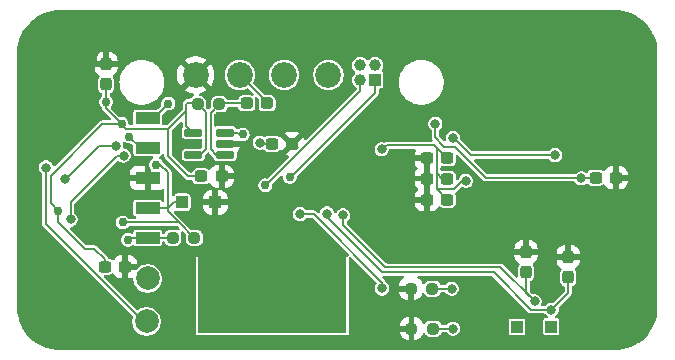
<source format=gbl>
%TF.GenerationSoftware,KiCad,Pcbnew,9.0.5+dfsg-1*%
%TF.CreationDate,2026-01-16T04:56:34+00:00*%
%TF.ProjectId,gps_2,6770735f-322e-46b6-9963-61645f706362,AA*%
%TF.SameCoordinates,Original*%
%TF.FileFunction,Copper,L2,Bot*%
%TF.FilePolarity,Positive*%
%FSLAX46Y46*%
G04 Gerber Fmt 4.6, Leading zero omitted, Abs format (unit mm)*
G04 Created by KiCad (PCBNEW 9.0.5+dfsg-1) date 2026-01-16 04:56:34*
%MOMM*%
%LPD*%
G01*
G04 APERTURE LIST*
G04 Aperture macros list*
%AMRoundRect*
0 Rectangle with rounded corners*
0 $1 Rounding radius*
0 $2 $3 $4 $5 $6 $7 $8 $9 X,Y pos of 4 corners*
0 Add a 4 corners polygon primitive as box body*
4,1,4,$2,$3,$4,$5,$6,$7,$8,$9,$2,$3,0*
0 Add four circle primitives for the rounded corners*
1,1,$1+$1,$2,$3*
1,1,$1+$1,$4,$5*
1,1,$1+$1,$6,$7*
1,1,$1+$1,$8,$9*
0 Add four rect primitives between the rounded corners*
20,1,$1+$1,$2,$3,$4,$5,0*
20,1,$1+$1,$4,$5,$6,$7,0*
20,1,$1+$1,$6,$7,$8,$9,0*
20,1,$1+$1,$8,$9,$2,$3,0*%
G04 Aperture macros list end*
%TA.AperFunction,ComponentPad*%
%ADD10C,2.000000*%
%TD*%
%TA.AperFunction,ComponentPad*%
%ADD11C,6.400000*%
%TD*%
%TA.AperFunction,ComponentPad*%
%ADD12R,1.000000X1.000000*%
%TD*%
%TA.AperFunction,SMDPad,CuDef*%
%ADD13R,1.000000X4.560000*%
%TD*%
%TA.AperFunction,ComponentPad*%
%ADD14C,1.000000*%
%TD*%
%TA.AperFunction,ComponentPad*%
%ADD15C,2.175000*%
%TD*%
%TA.AperFunction,SMDPad,CuDef*%
%ADD16RoundRect,0.237500X0.287500X0.237500X-0.287500X0.237500X-0.287500X-0.237500X0.287500X-0.237500X0*%
%TD*%
%TA.AperFunction,SMDPad,CuDef*%
%ADD17R,2.000000X1.000000*%
%TD*%
%TA.AperFunction,SMDPad,CuDef*%
%ADD18RoundRect,0.237500X0.237500X-0.300000X0.237500X0.300000X-0.237500X0.300000X-0.237500X-0.300000X0*%
%TD*%
%TA.AperFunction,SMDPad,CuDef*%
%ADD19RoundRect,0.250000X-0.300000X-0.300000X0.300000X-0.300000X0.300000X0.300000X-0.300000X0.300000X0*%
%TD*%
%TA.AperFunction,SMDPad,CuDef*%
%ADD20RoundRect,0.237500X0.250000X0.237500X-0.250000X0.237500X-0.250000X-0.237500X0.250000X-0.237500X0*%
%TD*%
%TA.AperFunction,SMDPad,CuDef*%
%ADD21RoundRect,0.162500X0.617500X0.162500X-0.617500X0.162500X-0.617500X-0.162500X0.617500X-0.162500X0*%
%TD*%
%TA.AperFunction,SMDPad,CuDef*%
%ADD22RoundRect,0.237500X-0.300000X-0.237500X0.300000X-0.237500X0.300000X0.237500X-0.300000X0.237500X0*%
%TD*%
%TA.AperFunction,SMDPad,CuDef*%
%ADD23RoundRect,0.237500X0.300000X0.237500X-0.300000X0.237500X-0.300000X-0.237500X0.300000X-0.237500X0*%
%TD*%
%TA.AperFunction,SMDPad,CuDef*%
%ADD24RoundRect,0.237500X-0.250000X-0.237500X0.250000X-0.237500X0.250000X0.237500X-0.250000X0.237500X0*%
%TD*%
%TA.AperFunction,SMDPad,CuDef*%
%ADD25RoundRect,0.237500X-0.237500X0.300000X-0.237500X-0.300000X0.237500X-0.300000X0.237500X0.300000X0*%
%TD*%
%TA.AperFunction,ViaPad*%
%ADD26C,0.800000*%
%TD*%
%TA.AperFunction,ViaPad*%
%ADD27C,0.762000*%
%TD*%
%TA.AperFunction,ViaPad*%
%ADD28C,0.500000*%
%TD*%
%TA.AperFunction,Conductor*%
%ADD29C,0.203200*%
%TD*%
G04 APERTURE END LIST*
D10*
%TO.P,TP3,1,1*%
%TO.N,/CAN_TX*%
X141160000Y-126390000D03*
%TD*%
D11*
%TO.P,H2,1,1*%
%TO.N,GND*%
X180808877Y-103632000D03*
%TD*%
D12*
%TO.P,TP2,1,1*%
%TO.N,/PIC_RX_GPS_TX*%
X172520000Y-126850000D03*
%TD*%
D11*
%TO.P,H1,1,1*%
%TO.N,GND*%
X133818877Y-103632000D03*
%TD*%
D12*
%TO.P,TP1,1,1*%
%TO.N,/PIC_TX_GPS_RX*%
X175420000Y-126820000D03*
%TD*%
D13*
%TO.P,J3,SH3*%
%TO.N,GND*%
X175947200Y-102362000D03*
%TO.P,J3,SH4*%
X170407200Y-102362000D03*
%TD*%
D12*
%TO.P,J2,1,CANH*%
%TO.N,/CANH*%
X160510000Y-105940000D03*
D14*
%TO.P,J2,2,CANL*%
%TO.N,/CANL*%
X159260000Y-105940000D03*
%TO.P,J2,3,NC*%
%TO.N,unconnected-(J2-NC-Pad3)*%
X160510000Y-104690000D03*
%TO.P,J2,4,NC*%
%TO.N,unconnected-(J2-NC-Pad4)*%
X159260000Y-104690000D03*
D15*
%TO.P,J2,A,+CHG*%
%TO.N,unconnected-(J2-+CHG-PadA)*%
X156560000Y-105520000D03*
%TO.P,J2,B,+12V*%
%TO.N,unconnected-(J2-+12V-PadB)*%
X152810000Y-105520000D03*
%TO.P,J2,C,+5V*%
%TO.N,Net-(J2-+5V)*%
X149060000Y-105520000D03*
%TO.P,J2,D,GND*%
%TO.N,GND*%
X145310000Y-105520000D03*
%TD*%
D11*
%TO.P,H4,1,1*%
%TO.N,GND*%
X133818877Y-125222000D03*
%TD*%
%TO.P,H3,1,1*%
%TO.N,GND*%
X180808877Y-125222000D03*
%TD*%
D10*
%TO.P,TP4,1,1*%
%TO.N,/CAN_RX*%
X141250000Y-122750000D03*
%TD*%
D16*
%TO.P,F1,1*%
%TO.N,Net-(J2-+5V)*%
X151375000Y-107925000D03*
%TO.P,F1,2*%
%TO.N,Net-(U5-IN+)*%
X149625000Y-107925000D03*
%TD*%
D17*
%TO.P,J1,1,Pin_1*%
%TO.N,/ICSPCLK*%
X141250000Y-109150000D03*
%TO.P,J1,2,Pin_2*%
%TO.N,/ICSPDAT*%
X141250000Y-111690000D03*
%TO.P,J1,3,Pin_3*%
%TO.N,GND*%
X141250000Y-114230000D03*
%TO.P,J1,4,Pin_4*%
%TO.N,+3V3*%
X141250000Y-116770000D03*
%TO.P,J1,5,Pin_5*%
%TO.N,/~{MCLR}*%
X141250000Y-119310000D03*
%TD*%
D18*
%TO.P,C4,1*%
%TO.N,+5V*%
X137725000Y-106325000D03*
%TO.P,C4,2*%
%TO.N,GND*%
X137725000Y-104600000D03*
%TD*%
D19*
%TO.P,D4,1,K*%
%TO.N,+3V3*%
X144175000Y-116300000D03*
%TO.P,D4,2,A*%
%TO.N,GND*%
X146975000Y-116300000D03*
%TD*%
D20*
%TO.P,R4,1*%
%TO.N,+3V3*%
X145212500Y-119325000D03*
%TO.P,R4,2*%
%TO.N,/~{MCLR}*%
X143387500Y-119325000D03*
%TD*%
%TO.P,R7,1*%
%TO.N,Net-(D2-K)*%
X165412500Y-127000000D03*
%TO.P,R7,2*%
%TO.N,GND*%
X163587500Y-127000000D03*
%TD*%
D21*
%TO.P,U5,1,VO*%
%TO.N,/CURR_SENSE*%
X147800000Y-110400000D03*
%TO.P,U5,2,GND*%
%TO.N,GND*%
X147800000Y-111350000D03*
%TO.P,U5,3,IN+*%
%TO.N,Net-(U5-IN+)*%
X147800000Y-112300000D03*
%TO.P,U5,4,IN-*%
%TO.N,+5V*%
X145100000Y-112300000D03*
%TO.P,U5,5,VS*%
X145100000Y-110400000D03*
%TD*%
D22*
%TO.P,C3,1*%
%TO.N,+5V*%
X137617200Y-121767600D03*
%TO.P,C3,2*%
%TO.N,GND*%
X139342200Y-121767600D03*
%TD*%
%TO.P,C6,1*%
%TO.N,+5V*%
X145787500Y-114100000D03*
%TO.P,C6,2*%
%TO.N,GND*%
X147512500Y-114100000D03*
%TD*%
D23*
%TO.P,C2,1*%
%TO.N,GND*%
X153492200Y-111353600D03*
%TO.P,C2,2*%
%TO.N,+3V3*%
X151767200Y-111353600D03*
%TD*%
D24*
%TO.P,R9,1*%
%TO.N,+5V*%
X145477500Y-107990000D03*
%TO.P,R9,2*%
%TO.N,Net-(U5-IN+)*%
X147302500Y-107990000D03*
%TD*%
D20*
%TO.P,R8,1*%
%TO.N,Net-(D3-K)*%
X165352500Y-123620000D03*
%TO.P,R8,2*%
%TO.N,GND*%
X163527500Y-123620000D03*
%TD*%
D23*
%TO.P,C13,1*%
%TO.N,GND*%
X180895000Y-114230000D03*
%TO.P,C13,2*%
%TO.N,/~{HWR}*%
X179170000Y-114230000D03*
%TD*%
%TO.P,C8,1*%
%TO.N,+3V3*%
X166612500Y-112590000D03*
%TO.P,C8,2*%
%TO.N,GND*%
X164887500Y-112590000D03*
%TD*%
%TO.P,C7,1*%
%TO.N,+3V3*%
X166612500Y-116090000D03*
%TO.P,C7,2*%
%TO.N,GND*%
X164887500Y-116090000D03*
%TD*%
%TO.P,C1,1*%
%TO.N,+3V3*%
X166612500Y-114290000D03*
%TO.P,C1,2*%
%TO.N,GND*%
X164887500Y-114290000D03*
%TD*%
D25*
%TO.P,C10,1*%
%TO.N,GND*%
X176850000Y-120937500D03*
%TO.P,C10,2*%
%TO.N,/PIC_TX_GPS_RX*%
X176850000Y-122662500D03*
%TD*%
%TO.P,C9,1*%
%TO.N,GND*%
X173285000Y-120517500D03*
%TO.P,C9,2*%
%TO.N,/PIC_RX_GPS_TX*%
X173285000Y-122242500D03*
%TD*%
D26*
%TO.N,+3V3*%
X150749000Y-111252000D03*
D27*
X139150000Y-118006250D03*
D26*
X168190000Y-114490000D03*
D27*
X141970000Y-113112500D03*
D26*
X161060000Y-111810000D03*
D27*
%TO.N,GND*%
X171657069Y-115901876D03*
X161823779Y-115285423D03*
X138637711Y-125951070D03*
X169326030Y-123048488D03*
X154000000Y-127000000D03*
X164200000Y-119900000D03*
X155200000Y-121400000D03*
X141087037Y-102733027D03*
X168803235Y-105493465D03*
X166878740Y-107983143D03*
X157600000Y-122200000D03*
X166492776Y-105076118D03*
X153845946Y-102847619D03*
X164139862Y-118045025D03*
X157600000Y-124600000D03*
X146000000Y-124600000D03*
X181804772Y-108189355D03*
X159268569Y-115784654D03*
X154400000Y-121400000D03*
X178859989Y-115883026D03*
X162200000Y-125140000D03*
X146000000Y-123000000D03*
X182048300Y-120805213D03*
X156540200Y-114757200D03*
X138201400Y-101092000D03*
X146000000Y-125400000D03*
X157600000Y-121400000D03*
X146000000Y-122200000D03*
X143868943Y-102865561D03*
X156600000Y-127000000D03*
X144079780Y-120644897D03*
X157886400Y-111607600D03*
X146000000Y-123800000D03*
X146000000Y-127000000D03*
X151600000Y-127000000D03*
X166816316Y-102620668D03*
X146508596Y-102867079D03*
X179211090Y-108124788D03*
X156800000Y-121400000D03*
X174407445Y-115762881D03*
D26*
X151250000Y-117250000D03*
D27*
X146800000Y-127000000D03*
X154800000Y-127000000D03*
X176937358Y-108079074D03*
X150000000Y-121400000D03*
X151589534Y-102824285D03*
X148400000Y-127000000D03*
X171306416Y-113214559D03*
X146800000Y-121400000D03*
X158680646Y-103271420D03*
X146000000Y-126200000D03*
X182178323Y-112866706D03*
X157600000Y-127000000D03*
X150800000Y-127000000D03*
X161206833Y-107931766D03*
X179100251Y-117776266D03*
X157600000Y-125400000D03*
X135534400Y-116814600D03*
X179489600Y-120751872D03*
X147600000Y-127000000D03*
X168780000Y-101940000D03*
X166580079Y-118146206D03*
X149200000Y-121400000D03*
X149200000Y-127000000D03*
X153909479Y-115660610D03*
X144983200Y-111353600D03*
X157600000Y-126200000D03*
X181455536Y-118002669D03*
X157600000Y-123800000D03*
X130927500Y-113370000D03*
X168849575Y-107942933D03*
X146000000Y-121400000D03*
X153200000Y-127000000D03*
X134721600Y-109524800D03*
X181566165Y-110724471D03*
X148400000Y-121400000D03*
X161477968Y-103201186D03*
X143652619Y-126072745D03*
X147600000Y-121400000D03*
X174131626Y-113323763D03*
X156000000Y-121400000D03*
X179376280Y-110166054D03*
X157600000Y-123000000D03*
X141480961Y-120789117D03*
X164082234Y-103289987D03*
X133725377Y-120753000D03*
X169221051Y-125731692D03*
X148860365Y-103151316D03*
X143706466Y-123591444D03*
X152400000Y-127000000D03*
X156163409Y-103000684D03*
X150000000Y-127000000D03*
X155600000Y-127000000D03*
X182151576Y-115984581D03*
%TO.N,+5V*%
X133690000Y-117010000D03*
X137725000Y-107810000D03*
X139040000Y-109660000D03*
D26*
%TO.N,/PIC_RX_GPS_TX*%
X157800000Y-117400000D03*
%TO.N,/PIC_TX_GPS_RX*%
X156430000Y-117260000D03*
%TO.N,/~{HWR}*%
X165600000Y-109660000D03*
%TO.N,Net-(D2-K)*%
X167100000Y-127000000D03*
%TO.N,Net-(D3-K)*%
X167000000Y-123620000D03*
D27*
%TO.N,/ICSPDAT*%
X139698755Y-110742975D03*
%TO.N,/~{MCLR}*%
X139600000Y-119470000D03*
%TO.N,/ICSPCLK*%
X143000000Y-107950000D03*
D26*
%TO.N,/PPS*%
X167100000Y-110850000D03*
X175750000Y-112300000D03*
D27*
%TO.N,/CURR_SENSE*%
X149303590Y-110557137D03*
D26*
%TO.N,/CAN_RX*%
X139210000Y-112350000D03*
X134730000Y-117760000D03*
%TO.N,/CAN_TX*%
X138571625Y-111564864D03*
X134260000Y-114370000D03*
X132645000Y-113365000D03*
D27*
%TO.N,/CANH*%
X153290000Y-114170000D03*
%TO.N,/CANL*%
X151200000Y-114860800D03*
D26*
%TO.N,/BLUE_LED*%
X154150000Y-117300000D03*
X161100000Y-123600000D03*
D28*
%TO.N,GND*%
X174250000Y-105875000D03*
X172160000Y-106570000D03*
X174250000Y-107274000D03*
X174250000Y-106575000D03*
X172160000Y-109340000D03*
X174250000Y-103776000D03*
D26*
%TO.N,/~{HWR}*%
X177980000Y-114270000D03*
D28*
%TO.N,GND*%
X174245000Y-109349000D03*
X172160000Y-104471000D03*
X172160000Y-101671000D03*
X172160000Y-103771000D03*
X174250000Y-107974000D03*
X172160000Y-105870000D03*
X174250000Y-101676000D03*
X174250000Y-108674000D03*
X172160000Y-105170000D03*
X174250000Y-102375000D03*
X174244000Y-100965000D03*
X172160000Y-102370000D03*
X172165000Y-107265000D03*
X174250000Y-103075000D03*
X174250000Y-104476000D03*
X174250000Y-105175000D03*
X172165000Y-107965000D03*
X172165000Y-108665000D03*
X172160000Y-103070000D03*
X172154000Y-100960000D03*
D26*
%TO.N,/PIC_RX_GPS_TX*%
X174025000Y-124700000D03*
%TO.N,/PIC_TX_GPS_RX*%
X175440000Y-125402600D03*
%TD*%
D29*
%TO.N,/PIC_RX_GPS_TX*%
X174025000Y-124700000D02*
X171125000Y-121800000D01*
X171125000Y-121800000D02*
X161375000Y-121800000D01*
X161375000Y-121800000D02*
X157800000Y-118225000D01*
X157800000Y-118225000D02*
X157800000Y-117400000D01*
%TO.N,+3V3*%
X165727600Y-114300000D02*
X165727600Y-115205100D01*
X142970000Y-113760000D02*
X142970000Y-116770000D01*
X142970000Y-117082500D02*
X143893750Y-118006250D01*
X139150000Y-118006250D02*
X143893750Y-118006250D01*
X165801250Y-111778750D02*
X166612500Y-112590000D01*
X142970000Y-116770000D02*
X143440000Y-116300000D01*
X161060000Y-111810000D02*
X161190000Y-111810000D01*
X165727600Y-113840000D02*
X165727600Y-114300000D01*
X167174900Y-115205100D02*
X165727600Y-115205100D01*
X141225000Y-116770000D02*
X142970000Y-116770000D01*
X142322500Y-113112500D02*
X142970000Y-113760000D01*
X143440000Y-116300000D02*
X144175000Y-116300000D01*
X161190000Y-111810000D02*
X161520000Y-111480000D01*
X165502500Y-111480000D02*
X165801250Y-111778750D01*
X141970000Y-113112500D02*
X142322500Y-113112500D01*
X165727600Y-115205100D02*
X166612500Y-116090000D01*
X143893750Y-118006250D02*
X145212500Y-119325000D01*
X167890000Y-114490000D02*
X167174900Y-115205100D01*
X150850600Y-111353600D02*
X150749000Y-111252000D01*
X166177600Y-114290000D02*
X165727600Y-113840000D01*
X166612500Y-114290000D02*
X166177600Y-114290000D01*
X142970000Y-116770000D02*
X142970000Y-117082500D01*
X165801250Y-111778750D02*
X165727600Y-111852400D01*
X165727600Y-111852400D02*
X165727600Y-114300000D01*
X151767200Y-111353600D02*
X150850600Y-111353600D01*
X168190000Y-114490000D02*
X167890000Y-114490000D01*
X161520000Y-111480000D02*
X165502500Y-111480000D01*
%TO.N,+5V*%
X137418718Y-109660000D02*
X139040000Y-109660000D01*
X145662400Y-112300000D02*
X146172600Y-111789800D01*
X133690000Y-117010000D02*
X133043200Y-116363200D01*
X144690000Y-114100000D02*
X145787500Y-114100000D01*
X145347500Y-107860000D02*
X144637500Y-107860000D01*
X137725000Y-106325000D02*
X137725000Y-107810000D01*
X137617200Y-121437400D02*
X137617200Y-121117200D01*
X144507500Y-108592500D02*
X144507500Y-109807500D01*
X144507500Y-108592500D02*
X142970000Y-110130000D01*
X142970000Y-112380000D02*
X144690000Y-114100000D01*
X146172600Y-108685100D02*
X145347500Y-107860000D01*
X142899375Y-110059375D02*
X139439375Y-110059375D01*
X144507500Y-109807500D02*
X145100000Y-110400000D01*
X142970000Y-110130000D02*
X142970000Y-112380000D01*
X133690000Y-117981282D02*
X135958718Y-120250000D01*
X133043200Y-114035518D02*
X137418718Y-109660000D01*
X142970000Y-110130000D02*
X142899375Y-110059375D01*
X137617200Y-121117200D02*
X136750000Y-120250000D01*
X133690000Y-117010000D02*
X133690000Y-117981282D01*
X144637500Y-107860000D02*
X144507500Y-107990000D01*
X146172600Y-111789800D02*
X146172600Y-108685100D01*
X144507500Y-107990000D02*
X144507500Y-108592500D01*
X135958718Y-120250000D02*
X136750000Y-120250000D01*
X139439375Y-110059375D02*
X139040000Y-109660000D01*
X137725000Y-107810000D02*
X137725000Y-108345000D01*
X137725000Y-108345000D02*
X139040000Y-109660000D01*
X133043200Y-116363200D02*
X133043200Y-114035518D01*
X145100000Y-112300000D02*
X145662400Y-112300000D01*
%TO.N,/PIC_TX_GPS_RX*%
X170550000Y-122218627D02*
X170550000Y-122204200D01*
X161064200Y-122204200D02*
X160120000Y-121260000D01*
X173733973Y-125402600D02*
X170550000Y-122218627D01*
X170550000Y-122204200D02*
X161064200Y-122204200D01*
X175572400Y-125402600D02*
X175440000Y-125402600D01*
X160120000Y-121260000D02*
X156430000Y-117570000D01*
X156430000Y-117570000D02*
X156430000Y-117260000D01*
%TO.N,/~{HWR}*%
X177980000Y-114270000D02*
X177934000Y-114224000D01*
X167258374Y-111580000D02*
X169902374Y-114224000D01*
X165600000Y-109660000D02*
X165600000Y-110810000D01*
X165600000Y-110810000D02*
X166370000Y-111580000D01*
X177934000Y-114224000D02*
X169902374Y-114224000D01*
X166370000Y-111580000D02*
X167258374Y-111580000D01*
%TO.N,Net-(D2-K)*%
X165412500Y-127000000D02*
X167100000Y-127000000D01*
%TO.N,Net-(D3-K)*%
X165352500Y-123620000D02*
X167000000Y-123620000D01*
%TO.N,Net-(J2-+5V)*%
X151375000Y-107835000D02*
X149060000Y-105520000D01*
%TO.N,Net-(U5-IN+)*%
X147800000Y-112300000D02*
X147072600Y-112300000D01*
X147302500Y-107990000D02*
X147302500Y-107892500D01*
X146580000Y-111807400D02*
X146580000Y-108712500D01*
X146580000Y-108712500D02*
X147302500Y-107990000D01*
X147302500Y-107892500D02*
X147270000Y-107860000D01*
X147072600Y-112300000D02*
X146580000Y-111807400D01*
%TO.N,/ICSPDAT*%
X139698975Y-110742975D02*
X140646000Y-111690000D01*
X140646000Y-111690000D02*
X141100000Y-111690000D01*
X139698755Y-110742975D02*
X139698975Y-110742975D01*
%TO.N,/~{MCLR}*%
X141225000Y-119310000D02*
X143372500Y-119310000D01*
X139600000Y-119470000D02*
X139760000Y-119310000D01*
X139760000Y-119310000D02*
X141225000Y-119310000D01*
%TO.N,/ICSPCLK*%
X141800000Y-109150000D02*
X141380000Y-109150000D01*
X143000000Y-107950000D02*
X141800000Y-109150000D01*
%TO.N,/PPS*%
X168620000Y-112300000D02*
X175750000Y-112300000D01*
X167100000Y-110850000D02*
X167170000Y-110850000D01*
X167170000Y-110850000D02*
X168620000Y-112300000D01*
%TO.N,/CURR_SENSE*%
X148820000Y-110400000D02*
X147800000Y-110400000D01*
X149303590Y-110557137D02*
X148977137Y-110557137D01*
X148977137Y-110557137D02*
X148820000Y-110400000D01*
%TO.N,/CAN_RX*%
X134730000Y-117760000D02*
X134730000Y-116303627D01*
X134730000Y-116303627D02*
X138683627Y-112350000D01*
X138683627Y-112350000D02*
X139210000Y-112350000D01*
%TO.N,/CAN_TX*%
X134321400Y-114370000D02*
X134260000Y-114370000D01*
X138571625Y-111564864D02*
X138563561Y-111556800D01*
X137134600Y-111556800D02*
X134321400Y-114370000D01*
X132639000Y-113371000D02*
X132645000Y-113365000D01*
X132639000Y-118159000D02*
X132639000Y-113371000D01*
X140870000Y-126390000D02*
X132639000Y-118159000D01*
X138563561Y-111556800D02*
X137134600Y-111556800D01*
X141160000Y-126390000D02*
X140870000Y-126390000D01*
%TO.N,/CANH*%
X160510000Y-107040000D02*
X153380000Y-114170000D01*
X153380000Y-114170000D02*
X153290000Y-114170000D01*
X160510000Y-105940000D02*
X160510000Y-107040000D01*
%TO.N,/CANL*%
X151200000Y-114860800D02*
X151289200Y-114860800D01*
X159260000Y-106890000D02*
X159260000Y-105940000D01*
X151289200Y-114860800D02*
X159260000Y-106890000D01*
%TO.N,/BLUE_LED*%
X154150000Y-117300000D02*
X155300000Y-117300000D01*
X155300000Y-117300000D02*
X161100000Y-123100000D01*
X161100000Y-123100000D02*
X161100000Y-123600000D01*
%TO.N,/~{HWR}*%
X178020000Y-114230000D02*
X177980000Y-114270000D01*
X179170000Y-114230000D02*
X178020000Y-114230000D01*
%TO.N,/PIC_TX_GPS_RX*%
X176850000Y-123992600D02*
X175440000Y-125402600D01*
%TO.N,Net-(U5-IN+)*%
X147367500Y-107925000D02*
X147302500Y-107990000D01*
%TO.N,/PIC_RX_GPS_TX*%
X173285000Y-123960000D02*
X174025000Y-124700000D01*
%TO.N,Net-(U5-IN+)*%
X149625000Y-107925000D02*
X147367500Y-107925000D01*
%TO.N,/PIC_TX_GPS_RX*%
X175440000Y-125402600D02*
X173733973Y-125402600D01*
X176850000Y-122662500D02*
X176850000Y-123992600D01*
%TO.N,/PIC_RX_GPS_TX*%
X173285000Y-122242500D02*
X173285000Y-123960000D01*
%TD*%
%TA.AperFunction,Conductor*%
%TO.N,GND*%
G36*
X158050000Y-120477234D02*
G01*
X158050000Y-120900200D01*
X158050000Y-120900201D01*
X158050000Y-127256000D01*
X158030315Y-127323039D01*
X157977511Y-127368794D01*
X157926000Y-127380000D01*
X145664000Y-127380000D01*
X145596961Y-127360315D01*
X145551206Y-127307511D01*
X145540000Y-127256000D01*
X145540000Y-120950240D01*
X145540000Y-120194687D01*
X157767453Y-120194687D01*
X158050000Y-120477234D01*
G37*
%TD.AperFunction*%
%TD*%
%TA.AperFunction,Conductor*%
%TO.N,GND*%
G36*
X158260791Y-120688025D02*
G01*
X158294276Y-120749348D01*
X158289292Y-120819040D01*
X158247420Y-120874973D01*
X158181956Y-120899390D01*
X158173606Y-120899705D01*
X158050001Y-120900199D01*
X158050000Y-120900199D01*
X158050000Y-120477234D01*
X158260791Y-120688025D01*
G37*
%TD.AperFunction*%
%TA.AperFunction,Conductor*%
G36*
X180763553Y-100025632D02*
G01*
X180781979Y-100025538D01*
X180781980Y-100025539D01*
X180787219Y-100025512D01*
X180793271Y-100025629D01*
X181138923Y-100040876D01*
X181151052Y-100042011D01*
X181490475Y-100090737D01*
X181502424Y-100093058D01*
X181835404Y-100174924D01*
X181847082Y-100178413D01*
X182170388Y-100292624D01*
X182181671Y-100297246D01*
X182492183Y-100442699D01*
X182502947Y-100448403D01*
X182797654Y-100623688D01*
X182807810Y-100630426D01*
X182889570Y-100690676D01*
X183083840Y-100833835D01*
X183093300Y-100841553D01*
X183347977Y-101071109D01*
X183356632Y-101079719D01*
X183587509Y-101333215D01*
X183595275Y-101342635D01*
X183800099Y-101617601D01*
X183806898Y-101627733D01*
X183983695Y-101921518D01*
X183989467Y-101932275D01*
X184136511Y-102242005D01*
X184141198Y-102253279D01*
X184257073Y-102575978D01*
X184260628Y-102587657D01*
X184344206Y-102920179D01*
X184346596Y-102932152D01*
X184397069Y-103271285D01*
X184398270Y-103283435D01*
X184415278Y-103628506D01*
X184415428Y-103634510D01*
X184415428Y-103640283D01*
X184415432Y-103640289D01*
X184415448Y-103659330D01*
X184415438Y-103659363D01*
X184415448Y-103659430D01*
X184415377Y-125219986D01*
X184415228Y-125226071D01*
X184398359Y-125569423D01*
X184397166Y-125581533D01*
X184347022Y-125919576D01*
X184344648Y-125931510D01*
X184261610Y-126263019D01*
X184258077Y-126274665D01*
X184142946Y-126596432D01*
X184138289Y-126607674D01*
X183992176Y-126916601D01*
X183986440Y-126927333D01*
X183810747Y-127220457D01*
X183803986Y-127230575D01*
X183600405Y-127505070D01*
X183592686Y-127514477D01*
X183363178Y-127767699D01*
X183354573Y-127776303D01*
X183101360Y-128005801D01*
X183091953Y-128013521D01*
X182817463Y-128217094D01*
X182807346Y-128223854D01*
X182514219Y-128399547D01*
X182503487Y-128405284D01*
X182194551Y-128551399D01*
X182183308Y-128556056D01*
X181861535Y-128671186D01*
X181849890Y-128674718D01*
X181518390Y-128757752D01*
X181506455Y-128760126D01*
X181168411Y-128810269D01*
X181156301Y-128811462D01*
X180862822Y-128825878D01*
X180811462Y-128828401D01*
X180805383Y-128828550D01*
X133821907Y-128828550D01*
X133815823Y-128828401D01*
X133786606Y-128826965D01*
X133471454Y-128811480D01*
X133459345Y-128810287D01*
X133156545Y-128765369D01*
X133121300Y-128760141D01*
X133109370Y-128757768D01*
X132777857Y-128674726D01*
X132766217Y-128671195D01*
X132664164Y-128634679D01*
X132444452Y-128556064D01*
X132433210Y-128551407D01*
X132124275Y-128405290D01*
X132113548Y-128399557D01*
X131820416Y-128223858D01*
X131810299Y-128217098D01*
X131535812Y-128013523D01*
X131526420Y-128005816D01*
X131273181Y-127776293D01*
X131264584Y-127767695D01*
X131035086Y-127514481D01*
X131027366Y-127505075D01*
X130970373Y-127428229D01*
X130823781Y-127230571D01*
X130817023Y-127220456D01*
X130788024Y-127172074D01*
X130641331Y-126927329D01*
X130635600Y-126916608D01*
X130604492Y-126850836D01*
X130498151Y-126625994D01*
X130489480Y-126607660D01*
X130484829Y-126596432D01*
X130369693Y-126274649D01*
X130366166Y-126263019D01*
X130333130Y-126131131D01*
X130283126Y-125931504D01*
X130280754Y-125919577D01*
X130275346Y-125883122D01*
X130230609Y-125581530D01*
X130229417Y-125569422D01*
X130225105Y-125481655D01*
X130212474Y-125224553D01*
X130212326Y-125218495D01*
X130212326Y-125213717D01*
X130212326Y-119827050D01*
X130212326Y-113285943D01*
X132044500Y-113285943D01*
X132044500Y-113444057D01*
X132083204Y-113588500D01*
X132085423Y-113596783D01*
X132085426Y-113596790D01*
X132164475Y-113733709D01*
X132164479Y-113733714D01*
X132164480Y-113733716D01*
X132276284Y-113845520D01*
X132276286Y-113845521D01*
X132282735Y-113850470D01*
X132281684Y-113851838D01*
X132323113Y-113895283D01*
X132336900Y-113952108D01*
X132336900Y-118198775D01*
X132357485Y-118275605D01*
X132397261Y-118344496D01*
X139977653Y-125924887D01*
X140011138Y-125986210D01*
X140007903Y-126050885D01*
X139989061Y-126108873D01*
X139989060Y-126108880D01*
X139959500Y-126295513D01*
X139959500Y-126484486D01*
X139989059Y-126671118D01*
X140047454Y-126850836D01*
X140086432Y-126927333D01*
X140133240Y-127019199D01*
X140244310Y-127172073D01*
X140377927Y-127305690D01*
X140530801Y-127416760D01*
X140576122Y-127439852D01*
X140699163Y-127502545D01*
X140699165Y-127502545D01*
X140699168Y-127502547D01*
X140795497Y-127533846D01*
X140878881Y-127560940D01*
X141065514Y-127590500D01*
X141065519Y-127590500D01*
X141254486Y-127590500D01*
X141441118Y-127560940D01*
X141445325Y-127559573D01*
X141620832Y-127502547D01*
X141789199Y-127416760D01*
X141942073Y-127305690D01*
X142075690Y-127172073D01*
X142186760Y-127019199D01*
X142272547Y-126850832D01*
X142330940Y-126671118D01*
X142360500Y-126484486D01*
X142360500Y-126295513D01*
X142330940Y-126108881D01*
X142275637Y-125938678D01*
X142272547Y-125929168D01*
X142272545Y-125929165D01*
X142272545Y-125929163D01*
X142192118Y-125771317D01*
X142186760Y-125760801D01*
X142075690Y-125607927D01*
X141942073Y-125474310D01*
X141789199Y-125363240D01*
X141789197Y-125363239D01*
X141620836Y-125277454D01*
X141441118Y-125219059D01*
X141254486Y-125189500D01*
X141254481Y-125189500D01*
X141065519Y-125189500D01*
X141065514Y-125189500D01*
X140878881Y-125219059D01*
X140699163Y-125277454D01*
X140530802Y-125363239D01*
X140530800Y-125363240D01*
X140465699Y-125410538D01*
X140399892Y-125434017D01*
X140331838Y-125418191D01*
X140305134Y-125397900D01*
X137562015Y-122654781D01*
X137528530Y-122593458D01*
X137533514Y-122523766D01*
X137575386Y-122467833D01*
X137640850Y-122443416D01*
X137649696Y-122443100D01*
X137969960Y-122443100D01*
X137999549Y-122440325D01*
X138124175Y-122396716D01*
X138217140Y-122328105D01*
X138282767Y-122304135D01*
X138350938Y-122319450D01*
X138396310Y-122362779D01*
X138459752Y-122465634D01*
X138459755Y-122465638D01*
X138581661Y-122587544D01*
X138581665Y-122587547D01*
X138728388Y-122678048D01*
X138728399Y-122678053D01*
X138892047Y-122732280D01*
X138993051Y-122742599D01*
X139092200Y-122742598D01*
X139092200Y-122017600D01*
X139592200Y-122017600D01*
X139592200Y-122742599D01*
X139691340Y-122742599D01*
X139691354Y-122742598D01*
X139792350Y-122732281D01*
X139886495Y-122701084D01*
X139956324Y-122698682D01*
X140016366Y-122734413D01*
X140047559Y-122796934D01*
X140049500Y-122818790D01*
X140049500Y-122844486D01*
X140079059Y-123031118D01*
X140137454Y-123210836D01*
X140217640Y-123368209D01*
X140223240Y-123379199D01*
X140334310Y-123532073D01*
X140467927Y-123665690D01*
X140620801Y-123776760D01*
X140685768Y-123809862D01*
X140789163Y-123862545D01*
X140789165Y-123862545D01*
X140789168Y-123862547D01*
X140885497Y-123893846D01*
X140968881Y-123920940D01*
X141155514Y-123950500D01*
X141155519Y-123950500D01*
X141344486Y-123950500D01*
X141531118Y-123920940D01*
X141710832Y-123862547D01*
X141879199Y-123776760D01*
X142032073Y-123665690D01*
X142165690Y-123532073D01*
X142276760Y-123379199D01*
X142362547Y-123210832D01*
X142420940Y-123031118D01*
X142425096Y-123004879D01*
X142450500Y-122844486D01*
X142450500Y-122655513D01*
X142420940Y-122468881D01*
X142372016Y-122318311D01*
X142362547Y-122289168D01*
X142362545Y-122289165D01*
X142362545Y-122289163D01*
X142317290Y-122200347D01*
X142276760Y-122120801D01*
X142165690Y-121967927D01*
X142032073Y-121834310D01*
X141879199Y-121723240D01*
X141710836Y-121637454D01*
X141531118Y-121579059D01*
X141344486Y-121549500D01*
X141344481Y-121549500D01*
X141155519Y-121549500D01*
X141155514Y-121549500D01*
X140968881Y-121579059D01*
X140789163Y-121637454D01*
X140620800Y-121723240D01*
X140598224Y-121739643D01*
X140467927Y-121834310D01*
X140467925Y-121834312D01*
X140467924Y-121834312D01*
X140334312Y-121967924D01*
X140331146Y-121971632D01*
X140329975Y-121970632D01*
X140280039Y-122009147D01*
X140235040Y-122017600D01*
X139592200Y-122017600D01*
X139092200Y-122017600D01*
X139092200Y-121517600D01*
X139592200Y-121517600D01*
X140379699Y-121517600D01*
X140379699Y-121480960D01*
X140379698Y-121480945D01*
X140369380Y-121379947D01*
X140315153Y-121216299D01*
X140315148Y-121216288D01*
X140224647Y-121069565D01*
X140224644Y-121069561D01*
X140106203Y-120951120D01*
X145320000Y-120951120D01*
X145320000Y-127580000D01*
X158270000Y-127580000D01*
X158270000Y-127286654D01*
X162600001Y-127286654D01*
X162610319Y-127387652D01*
X162664546Y-127551300D01*
X162664551Y-127551311D01*
X162755052Y-127698034D01*
X162755055Y-127698038D01*
X162876961Y-127819944D01*
X162876965Y-127819947D01*
X163023688Y-127910448D01*
X163023699Y-127910453D01*
X163187347Y-127964680D01*
X163288351Y-127974999D01*
X163837500Y-127974999D01*
X163886640Y-127974999D01*
X163886654Y-127974998D01*
X163987652Y-127964680D01*
X164151300Y-127910453D01*
X164151311Y-127910448D01*
X164298034Y-127819947D01*
X164298038Y-127819944D01*
X164419944Y-127698038D01*
X164419947Y-127698034D01*
X164510448Y-127551311D01*
X164510454Y-127551298D01*
X164541106Y-127458794D01*
X164580877Y-127401349D01*
X164645393Y-127374525D01*
X164714169Y-127386839D01*
X164765369Y-127434382D01*
X164768441Y-127439852D01*
X164770882Y-127444470D01*
X164770884Y-127444475D01*
X164770885Y-127444476D01*
X164770887Y-127444479D01*
X164849288Y-127550710D01*
X164849289Y-127550711D01*
X164955523Y-127629115D01*
X164955524Y-127629115D01*
X164955525Y-127629116D01*
X165080151Y-127672725D01*
X165080150Y-127672725D01*
X165109740Y-127675500D01*
X165109744Y-127675500D01*
X165715260Y-127675500D01*
X165744849Y-127672725D01*
X165869475Y-127629116D01*
X165975711Y-127550711D01*
X166054116Y-127444475D01*
X166070298Y-127398229D01*
X166074877Y-127385145D01*
X166115599Y-127328369D01*
X166180552Y-127302622D01*
X166191918Y-127302100D01*
X166509428Y-127302100D01*
X166576467Y-127321785D01*
X166616816Y-127364102D01*
X166619480Y-127368716D01*
X166731284Y-127480520D01*
X166731286Y-127480521D01*
X166731290Y-127480524D01*
X166852492Y-127550499D01*
X166868216Y-127559577D01*
X167020943Y-127600500D01*
X167020945Y-127600500D01*
X167179055Y-127600500D01*
X167179057Y-127600500D01*
X167331784Y-127559577D01*
X167468716Y-127480520D01*
X167580520Y-127368716D01*
X167659577Y-127231784D01*
X167700500Y-127079057D01*
X167700500Y-126920943D01*
X167659577Y-126768216D01*
X167627898Y-126713345D01*
X167580524Y-126631290D01*
X167580518Y-126631282D01*
X167468717Y-126519481D01*
X167468709Y-126519475D01*
X167331788Y-126440424D01*
X167331785Y-126440423D01*
X167255420Y-126419961D01*
X167179057Y-126399500D01*
X167020943Y-126399500D01*
X166868216Y-126440423D01*
X166868209Y-126440426D01*
X166731290Y-126519475D01*
X166731282Y-126519481D01*
X166619479Y-126631284D01*
X166616817Y-126635897D01*
X166566251Y-126684114D01*
X166509428Y-126697900D01*
X166191918Y-126697900D01*
X166124879Y-126678215D01*
X166079124Y-126625411D01*
X166074877Y-126614855D01*
X166055734Y-126560150D01*
X166054116Y-126555525D01*
X166047901Y-126547104D01*
X165975711Y-126449289D01*
X165975710Y-126449288D01*
X165869476Y-126370884D01*
X165753344Y-126330247D01*
X171819500Y-126330247D01*
X171819500Y-127369752D01*
X171831131Y-127428229D01*
X171831132Y-127428230D01*
X171875447Y-127494552D01*
X171941769Y-127538867D01*
X171941770Y-127538868D01*
X172000247Y-127550499D01*
X172000250Y-127550500D01*
X172000252Y-127550500D01*
X173039750Y-127550500D01*
X173039751Y-127550499D01*
X173054568Y-127547552D01*
X173098229Y-127538868D01*
X173098229Y-127538867D01*
X173098231Y-127538867D01*
X173164552Y-127494552D01*
X173208867Y-127428231D01*
X173208867Y-127428229D01*
X173208868Y-127428229D01*
X173220499Y-127369752D01*
X173220500Y-127369750D01*
X173220500Y-126330249D01*
X173220499Y-126330247D01*
X173208868Y-126271770D01*
X173208867Y-126271769D01*
X173164552Y-126205447D01*
X173098230Y-126161132D01*
X173098229Y-126161131D01*
X173039752Y-126149500D01*
X173039748Y-126149500D01*
X172000252Y-126149500D01*
X172000247Y-126149500D01*
X171941770Y-126161131D01*
X171941769Y-126161132D01*
X171875447Y-126205447D01*
X171831132Y-126271769D01*
X171831131Y-126271770D01*
X171819500Y-126330247D01*
X165753344Y-126330247D01*
X165744848Y-126327274D01*
X165744849Y-126327274D01*
X165715260Y-126324500D01*
X165715256Y-126324500D01*
X165109744Y-126324500D01*
X165109740Y-126324500D01*
X165080150Y-126327274D01*
X164955523Y-126370884D01*
X164849289Y-126449288D01*
X164849288Y-126449289D01*
X164770884Y-126555523D01*
X164768439Y-126560150D01*
X164719707Y-126610220D01*
X164651641Y-126625994D01*
X164585852Y-126602466D01*
X164543227Y-126547104D01*
X164541106Y-126541205D01*
X164510454Y-126448701D01*
X164510448Y-126448688D01*
X164419947Y-126301965D01*
X164419944Y-126301961D01*
X164298038Y-126180055D01*
X164298034Y-126180052D01*
X164151311Y-126089551D01*
X164151300Y-126089546D01*
X163987652Y-126035319D01*
X163886654Y-126025000D01*
X163837500Y-126025000D01*
X163837500Y-127974999D01*
X163288351Y-127974999D01*
X163337499Y-127974998D01*
X163337500Y-127974998D01*
X163337500Y-127250000D01*
X162600001Y-127250000D01*
X162600001Y-127286654D01*
X158270000Y-127286654D01*
X158270000Y-126713345D01*
X162600000Y-126713345D01*
X162600000Y-126750000D01*
X163337500Y-126750000D01*
X163337500Y-126025000D01*
X163337499Y-126024999D01*
X163288361Y-126025000D01*
X163288343Y-126025001D01*
X163187347Y-126035319D01*
X163023699Y-126089546D01*
X163023688Y-126089551D01*
X162876965Y-126180052D01*
X162876961Y-126180055D01*
X162755055Y-126301961D01*
X162755052Y-126301965D01*
X162664551Y-126448688D01*
X162664546Y-126448699D01*
X162610319Y-126612347D01*
X162600000Y-126713345D01*
X158270000Y-126713345D01*
X158270000Y-120996596D01*
X158289685Y-120929557D01*
X158342489Y-120883802D01*
X158411647Y-120873858D01*
X158475203Y-120902883D01*
X158481681Y-120908915D01*
X160624084Y-123051318D01*
X160657569Y-123112641D01*
X160652585Y-123182333D01*
X160624084Y-123226680D01*
X160619481Y-123231282D01*
X160619475Y-123231290D01*
X160540426Y-123368209D01*
X160540423Y-123368216D01*
X160499500Y-123520943D01*
X160499500Y-123679057D01*
X160536222Y-123816103D01*
X160540423Y-123831783D01*
X160540426Y-123831790D01*
X160619475Y-123968709D01*
X160619479Y-123968714D01*
X160619480Y-123968716D01*
X160731284Y-124080520D01*
X160731286Y-124080521D01*
X160731290Y-124080524D01*
X160835040Y-124140423D01*
X160868216Y-124159577D01*
X161020943Y-124200500D01*
X161020945Y-124200500D01*
X161179055Y-124200500D01*
X161179057Y-124200500D01*
X161331784Y-124159577D01*
X161468716Y-124080520D01*
X161580520Y-123968716D01*
X161616351Y-123906654D01*
X162540001Y-123906654D01*
X162550319Y-124007652D01*
X162604546Y-124171300D01*
X162604551Y-124171311D01*
X162695052Y-124318034D01*
X162695055Y-124318038D01*
X162816961Y-124439944D01*
X162816965Y-124439947D01*
X162963688Y-124530448D01*
X162963699Y-124530453D01*
X163127347Y-124584680D01*
X163228351Y-124594999D01*
X163277499Y-124594998D01*
X163277500Y-124594998D01*
X163277500Y-123870000D01*
X162540001Y-123870000D01*
X162540001Y-123906654D01*
X161616351Y-123906654D01*
X161659577Y-123831784D01*
X161700500Y-123679057D01*
X161700500Y-123520943D01*
X161659577Y-123368216D01*
X161659573Y-123368209D01*
X161580524Y-123231290D01*
X161580518Y-123231282D01*
X161468718Y-123119482D01*
X161468712Y-123119477D01*
X161453171Y-123110505D01*
X161431995Y-123088296D01*
X161409290Y-123067656D01*
X161406824Y-123061899D01*
X161404955Y-123059938D01*
X161395399Y-123035221D01*
X161390050Y-123015256D01*
X161381513Y-122983393D01*
X161341740Y-122914506D01*
X161341739Y-122914505D01*
X161341738Y-122914503D01*
X161145216Y-122717981D01*
X161111731Y-122656658D01*
X161116715Y-122586966D01*
X161158587Y-122531033D01*
X161224051Y-122506616D01*
X161232897Y-122506300D01*
X162855975Y-122506300D01*
X162923014Y-122525985D01*
X162968769Y-122578789D01*
X162978713Y-122647947D01*
X162949688Y-122711503D01*
X162921072Y-122735838D01*
X162816965Y-122800052D01*
X162816961Y-122800055D01*
X162695055Y-122921961D01*
X162695052Y-122921965D01*
X162604551Y-123068688D01*
X162604546Y-123068699D01*
X162550319Y-123232347D01*
X162540000Y-123333345D01*
X162540000Y-123370000D01*
X163403500Y-123370000D01*
X163470539Y-123389685D01*
X163516294Y-123442489D01*
X163527500Y-123494000D01*
X163527500Y-123620000D01*
X163653500Y-123620000D01*
X163720539Y-123639685D01*
X163766294Y-123692489D01*
X163777500Y-123744000D01*
X163777500Y-124594999D01*
X163826640Y-124594999D01*
X163826654Y-124594998D01*
X163927652Y-124584680D01*
X164091300Y-124530453D01*
X164091311Y-124530448D01*
X164238034Y-124439947D01*
X164238038Y-124439944D01*
X164359944Y-124318038D01*
X164359947Y-124318034D01*
X164450448Y-124171311D01*
X164450454Y-124171298D01*
X164481106Y-124078794D01*
X164520877Y-124021349D01*
X164585393Y-123994525D01*
X164654169Y-124006839D01*
X164705369Y-124054382D01*
X164708441Y-124059852D01*
X164710882Y-124064470D01*
X164710884Y-124064475D01*
X164710885Y-124064476D01*
X164710887Y-124064479D01*
X164789288Y-124170710D01*
X164789289Y-124170711D01*
X164895523Y-124249115D01*
X164895524Y-124249115D01*
X164895525Y-124249116D01*
X165020151Y-124292725D01*
X165020150Y-124292725D01*
X165049740Y-124295500D01*
X165049744Y-124295500D01*
X165655260Y-124295500D01*
X165684849Y-124292725D01*
X165809475Y-124249116D01*
X165915711Y-124170711D01*
X165994116Y-124064475D01*
X166009985Y-124019124D01*
X166014877Y-124005145D01*
X166055599Y-123948369D01*
X166120552Y-123922622D01*
X166131918Y-123922100D01*
X166409428Y-123922100D01*
X166476467Y-123941785D01*
X166516816Y-123984102D01*
X166519480Y-123988716D01*
X166631284Y-124100520D01*
X166631286Y-124100521D01*
X166631290Y-124100524D01*
X166752858Y-124170710D01*
X166768216Y-124179577D01*
X166920943Y-124220500D01*
X166920945Y-124220500D01*
X167079055Y-124220500D01*
X167079057Y-124220500D01*
X167231784Y-124179577D01*
X167368716Y-124100520D01*
X167480520Y-123988716D01*
X167559577Y-123851784D01*
X167600500Y-123699057D01*
X167600500Y-123540943D01*
X167559577Y-123388216D01*
X167527898Y-123333345D01*
X167480524Y-123251290D01*
X167480518Y-123251282D01*
X167368717Y-123139481D01*
X167368709Y-123139475D01*
X167231790Y-123060426D01*
X167231786Y-123060424D01*
X167231784Y-123060423D01*
X167079057Y-123019500D01*
X166920943Y-123019500D01*
X166768216Y-123060423D01*
X166768209Y-123060426D01*
X166631290Y-123139475D01*
X166631282Y-123139481D01*
X166519479Y-123251284D01*
X166516817Y-123255897D01*
X166466251Y-123304114D01*
X166409428Y-123317900D01*
X166131918Y-123317900D01*
X166064879Y-123298215D01*
X166019124Y-123245411D01*
X166014877Y-123234855D01*
X165995734Y-123180150D01*
X165994116Y-123175525D01*
X165987901Y-123167104D01*
X165915711Y-123069289D01*
X165915710Y-123069288D01*
X165809476Y-122990884D01*
X165684848Y-122947274D01*
X165684849Y-122947274D01*
X165655260Y-122944500D01*
X165655256Y-122944500D01*
X165049744Y-122944500D01*
X165049740Y-122944500D01*
X165020150Y-122947274D01*
X164895523Y-122990884D01*
X164789289Y-123069288D01*
X164789288Y-123069289D01*
X164710884Y-123175523D01*
X164708439Y-123180150D01*
X164659707Y-123230220D01*
X164591641Y-123245994D01*
X164525852Y-123222466D01*
X164483227Y-123167104D01*
X164481106Y-123161205D01*
X164450454Y-123068701D01*
X164450448Y-123068688D01*
X164359947Y-122921965D01*
X164359944Y-122921961D01*
X164238038Y-122800055D01*
X164238034Y-122800052D01*
X164133928Y-122735838D01*
X164087203Y-122683890D01*
X164075982Y-122614927D01*
X164103825Y-122550846D01*
X164161894Y-122511990D01*
X164199025Y-122506300D01*
X170359077Y-122506300D01*
X170426116Y-122525985D01*
X170446758Y-122542619D01*
X173548476Y-125644338D01*
X173617367Y-125684114D01*
X173694197Y-125704699D01*
X173694201Y-125704700D01*
X174849428Y-125704700D01*
X174916467Y-125724385D01*
X174936663Y-125740574D01*
X174948491Y-125752282D01*
X174959480Y-125771316D01*
X175071284Y-125883120D01*
X175093794Y-125896116D01*
X175105167Y-125907374D01*
X175114637Y-125924510D01*
X175128147Y-125938678D01*
X175131188Y-125954458D01*
X175138963Y-125968526D01*
X175137665Y-125988060D01*
X175141371Y-126007285D01*
X175135397Y-126022207D01*
X175134332Y-126038243D01*
X175122680Y-126053973D01*
X175115404Y-126072150D01*
X175102312Y-126081472D01*
X175092746Y-126094388D01*
X175074436Y-126101323D01*
X175058490Y-126112679D01*
X175033252Y-126116923D01*
X175027406Y-126119138D01*
X175024169Y-126118451D01*
X175017932Y-126119500D01*
X174900247Y-126119500D01*
X174841770Y-126131131D01*
X174841769Y-126131132D01*
X174775447Y-126175447D01*
X174731132Y-126241769D01*
X174731131Y-126241770D01*
X174719500Y-126300247D01*
X174719500Y-127339752D01*
X174731131Y-127398229D01*
X174731132Y-127398230D01*
X174775447Y-127464552D01*
X174841769Y-127508867D01*
X174841770Y-127508868D01*
X174900247Y-127520499D01*
X174900250Y-127520500D01*
X174900252Y-127520500D01*
X175939750Y-127520500D01*
X175939751Y-127520499D01*
X175954568Y-127517552D01*
X175998229Y-127508868D01*
X175998229Y-127508867D01*
X175998231Y-127508867D01*
X176064552Y-127464552D01*
X176108867Y-127398231D01*
X176108867Y-127398229D01*
X176108868Y-127398229D01*
X176120499Y-127339752D01*
X176120500Y-127339750D01*
X176120500Y-126300249D01*
X176120499Y-126300247D01*
X176108868Y-126241770D01*
X176108867Y-126241769D01*
X176064552Y-126175447D01*
X175998230Y-126131132D01*
X175998229Y-126131131D01*
X175939752Y-126119500D01*
X175939748Y-126119500D01*
X175862068Y-126119500D01*
X175795029Y-126099815D01*
X175749274Y-126047011D01*
X175739330Y-125977853D01*
X175768355Y-125914297D01*
X175800070Y-125888112D01*
X175804140Y-125885761D01*
X175808716Y-125883120D01*
X175920520Y-125771316D01*
X175999577Y-125634384D01*
X176040500Y-125481657D01*
X176040500Y-125323543D01*
X176039121Y-125318396D01*
X176040780Y-125248549D01*
X176071211Y-125198621D01*
X177091740Y-124178094D01*
X177131513Y-124109207D01*
X177133745Y-124100880D01*
X177152099Y-124032375D01*
X177152100Y-124032372D01*
X177152100Y-123952828D01*
X177152100Y-123491918D01*
X177171785Y-123424879D01*
X177224589Y-123379124D01*
X177235145Y-123374877D01*
X177254200Y-123368209D01*
X177294475Y-123354116D01*
X177400711Y-123275711D01*
X177479116Y-123169475D01*
X177522725Y-123044849D01*
X177525500Y-123015256D01*
X177525500Y-122309744D01*
X177522725Y-122280151D01*
X177479116Y-122155525D01*
X177410504Y-122062559D01*
X177386535Y-121996931D01*
X177401851Y-121928761D01*
X177445180Y-121883388D01*
X177548037Y-121819945D01*
X177669944Y-121698038D01*
X177669947Y-121698034D01*
X177760448Y-121551311D01*
X177760453Y-121551300D01*
X177814680Y-121387652D01*
X177824999Y-121286654D01*
X177825000Y-121286641D01*
X177825000Y-121187500D01*
X175875001Y-121187500D01*
X175875001Y-121286654D01*
X175885319Y-121387652D01*
X175939546Y-121551300D01*
X175939551Y-121551311D01*
X176030052Y-121698034D01*
X176030055Y-121698038D01*
X176151960Y-121819943D01*
X176254820Y-121883388D01*
X176301544Y-121935336D01*
X176312767Y-122004299D01*
X176289494Y-122062560D01*
X176220883Y-122155525D01*
X176177274Y-122280150D01*
X176174500Y-122309739D01*
X176174500Y-123015257D01*
X176177274Y-123044849D01*
X176220884Y-123169476D01*
X176299288Y-123275710D01*
X176299289Y-123275711D01*
X176405525Y-123354116D01*
X176445770Y-123368198D01*
X176464855Y-123374877D01*
X176521631Y-123415599D01*
X176547378Y-123480552D01*
X176547900Y-123491918D01*
X176547900Y-123816103D01*
X176528215Y-123883142D01*
X176511581Y-123903784D01*
X175643979Y-124771385D01*
X175582656Y-124804870D01*
X175524214Y-124803481D01*
X175519063Y-124802101D01*
X175519059Y-124802100D01*
X175519057Y-124802100D01*
X175360943Y-124802100D01*
X175208216Y-124843023D01*
X175208209Y-124843026D01*
X175071290Y-124922075D01*
X175071282Y-124922081D01*
X174959479Y-125033884D01*
X174956817Y-125038497D01*
X174948128Y-125046781D01*
X174943141Y-125057703D01*
X174923309Y-125070447D01*
X174906251Y-125086714D01*
X174892993Y-125089930D01*
X174884363Y-125095477D01*
X174849428Y-125100500D01*
X174700271Y-125100500D01*
X174633232Y-125080815D01*
X174587477Y-125028011D01*
X174577533Y-124958853D01*
X174582783Y-124939718D01*
X174582473Y-124939635D01*
X174584577Y-124931784D01*
X174625500Y-124779057D01*
X174625500Y-124620943D01*
X174584577Y-124468216D01*
X174568254Y-124439944D01*
X174505524Y-124331290D01*
X174505518Y-124331282D01*
X174393717Y-124219481D01*
X174393709Y-124219475D01*
X174256790Y-124140426D01*
X174256786Y-124140424D01*
X174256784Y-124140423D01*
X174104057Y-124099500D01*
X173945943Y-124099500D01*
X173945935Y-124099501D01*
X173940788Y-124100880D01*
X173870939Y-124099214D01*
X173821019Y-124068785D01*
X173623419Y-123871185D01*
X173589934Y-123809862D01*
X173587100Y-123783504D01*
X173587100Y-123071918D01*
X173606785Y-123004879D01*
X173659589Y-122959124D01*
X173670145Y-122954877D01*
X173691872Y-122947274D01*
X173729475Y-122934116D01*
X173835711Y-122855711D01*
X173914116Y-122749475D01*
X173957725Y-122624849D01*
X173960500Y-122595260D01*
X173960500Y-121889739D01*
X173957725Y-121860150D01*
X173914116Y-121735525D01*
X173905049Y-121723240D01*
X173845504Y-121642559D01*
X173821535Y-121576931D01*
X173836851Y-121508761D01*
X173880180Y-121463388D01*
X173983037Y-121399945D01*
X174104944Y-121278038D01*
X174104947Y-121278034D01*
X174195448Y-121131311D01*
X174195453Y-121131300D01*
X174249680Y-120967652D01*
X174259999Y-120866654D01*
X174260000Y-120866641D01*
X174260000Y-120767500D01*
X172310001Y-120767500D01*
X172310001Y-120866654D01*
X172320319Y-120967652D01*
X172374546Y-121131300D01*
X172374551Y-121131311D01*
X172465052Y-121278034D01*
X172465055Y-121278038D01*
X172586960Y-121399943D01*
X172689820Y-121463388D01*
X172736544Y-121515336D01*
X172747767Y-121584299D01*
X172724494Y-121642560D01*
X172655883Y-121735525D01*
X172612274Y-121860150D01*
X172609500Y-121889739D01*
X172609500Y-122557903D01*
X172589815Y-122624942D01*
X172537011Y-122670697D01*
X172467853Y-122680641D01*
X172404297Y-122651616D01*
X172397819Y-122645584D01*
X171310496Y-121558261D01*
X171241605Y-121518485D01*
X171164775Y-121497900D01*
X171164772Y-121497900D01*
X161551496Y-121497900D01*
X161484457Y-121478215D01*
X161463815Y-121461581D01*
X160590579Y-120588345D01*
X175875000Y-120588345D01*
X175875000Y-120687500D01*
X176600000Y-120687500D01*
X177100000Y-120687500D01*
X177824999Y-120687500D01*
X177824999Y-120588360D01*
X177824998Y-120588345D01*
X177814680Y-120487347D01*
X177760453Y-120323699D01*
X177760448Y-120323688D01*
X177669947Y-120176965D01*
X177669944Y-120176961D01*
X177548038Y-120055055D01*
X177548034Y-120055052D01*
X177401311Y-119964551D01*
X177401300Y-119964546D01*
X177237652Y-119910319D01*
X177136654Y-119900000D01*
X177100000Y-119900000D01*
X177100000Y-120687500D01*
X176600000Y-120687500D01*
X176600000Y-119900000D01*
X176563361Y-119900000D01*
X176563343Y-119900001D01*
X176462347Y-119910319D01*
X176298699Y-119964546D01*
X176298688Y-119964551D01*
X176151965Y-120055052D01*
X176151961Y-120055055D01*
X176030055Y-120176961D01*
X176030052Y-120176965D01*
X175939551Y-120323688D01*
X175939546Y-120323699D01*
X175885319Y-120487347D01*
X175875000Y-120588345D01*
X160590579Y-120588345D01*
X160170579Y-120168345D01*
X172310000Y-120168345D01*
X172310000Y-120267500D01*
X173035000Y-120267500D01*
X173535000Y-120267500D01*
X174259999Y-120267500D01*
X174259999Y-120168360D01*
X174259998Y-120168345D01*
X174249680Y-120067347D01*
X174195453Y-119903699D01*
X174195448Y-119903688D01*
X174104947Y-119756965D01*
X174104944Y-119756961D01*
X173983038Y-119635055D01*
X173983034Y-119635052D01*
X173836311Y-119544551D01*
X173836300Y-119544546D01*
X173672652Y-119490319D01*
X173571654Y-119480000D01*
X173535000Y-119480000D01*
X173535000Y-120267500D01*
X173035000Y-120267500D01*
X173035000Y-119480000D01*
X172998361Y-119480000D01*
X172998343Y-119480001D01*
X172897347Y-119490319D01*
X172733699Y-119544546D01*
X172733688Y-119544551D01*
X172586965Y-119635052D01*
X172586961Y-119635055D01*
X172465055Y-119756961D01*
X172465052Y-119756965D01*
X172374551Y-119903688D01*
X172374546Y-119903699D01*
X172320319Y-120067347D01*
X172310000Y-120168345D01*
X160170579Y-120168345D01*
X158138419Y-118136185D01*
X158123715Y-118109257D01*
X158107123Y-118083439D01*
X158106231Y-118077238D01*
X158104934Y-118074862D01*
X158102100Y-118048504D01*
X158102100Y-117990572D01*
X158121785Y-117923533D01*
X158164103Y-117883183D01*
X158168716Y-117880520D01*
X158280520Y-117768716D01*
X158359577Y-117631784D01*
X158400500Y-117479057D01*
X158400500Y-117320943D01*
X158359577Y-117168216D01*
X158334747Y-117125208D01*
X158280524Y-117031290D01*
X158280518Y-117031282D01*
X158168717Y-116919481D01*
X158168709Y-116919475D01*
X158031790Y-116840426D01*
X158031786Y-116840424D01*
X158031784Y-116840423D01*
X157879057Y-116799500D01*
X157720943Y-116799500D01*
X157568216Y-116840423D01*
X157568209Y-116840426D01*
X157431290Y-116919475D01*
X157431282Y-116919481D01*
X157319481Y-117031282D01*
X157319477Y-117031287D01*
X157244394Y-117161336D01*
X157193827Y-117209552D01*
X157125220Y-117222775D01*
X157060355Y-117196807D01*
X157019827Y-117139892D01*
X157017238Y-117131449D01*
X156989577Y-117028216D01*
X156973545Y-117000448D01*
X156910524Y-116891290D01*
X156910518Y-116891282D01*
X156798717Y-116779481D01*
X156798709Y-116779475D01*
X156661790Y-116700426D01*
X156661786Y-116700424D01*
X156661784Y-116700423D01*
X156509057Y-116659500D01*
X156350943Y-116659500D01*
X156198216Y-116700423D01*
X156198209Y-116700426D01*
X156061290Y-116779475D01*
X156061282Y-116779481D01*
X155949481Y-116891282D01*
X155949475Y-116891290D01*
X155870426Y-117028209D01*
X155870423Y-117028214D01*
X155862372Y-117058261D01*
X155841296Y-117136922D01*
X155838317Y-117148039D01*
X155801952Y-117207699D01*
X155739105Y-117238228D01*
X155669729Y-117229933D01*
X155630861Y-117203626D01*
X155485496Y-117058261D01*
X155416605Y-117018485D01*
X155339775Y-116997900D01*
X155339772Y-116997900D01*
X154740572Y-116997900D01*
X154673533Y-116978215D01*
X154633183Y-116935897D01*
X154630520Y-116931284D01*
X154518717Y-116819481D01*
X154518709Y-116819475D01*
X154381790Y-116740426D01*
X154381786Y-116740424D01*
X154381784Y-116740423D01*
X154229057Y-116699500D01*
X154070943Y-116699500D01*
X153918216Y-116740423D01*
X153918209Y-116740426D01*
X153781290Y-116819475D01*
X153781282Y-116819481D01*
X153669481Y-116931282D01*
X153669475Y-116931290D01*
X153590426Y-117068209D01*
X153590423Y-117068216D01*
X153549500Y-117220943D01*
X153549500Y-117379057D01*
X153581625Y-117498947D01*
X153590423Y-117531783D01*
X153590426Y-117531790D01*
X153669475Y-117668709D01*
X153669479Y-117668714D01*
X153669480Y-117668716D01*
X153781284Y-117780520D01*
X153781286Y-117780521D01*
X153781290Y-117780524D01*
X153882672Y-117839056D01*
X153918216Y-117859577D01*
X154070943Y-117900500D01*
X154070945Y-117900500D01*
X154229055Y-117900500D01*
X154229057Y-117900500D01*
X154381784Y-117859577D01*
X154518716Y-117780520D01*
X154630520Y-117668716D01*
X154633183Y-117664102D01*
X154683749Y-117615886D01*
X154740572Y-117602100D01*
X155123504Y-117602100D01*
X155190543Y-117621785D01*
X155211185Y-117638419D01*
X157767453Y-120194687D01*
X145540000Y-120194687D01*
X145540000Y-120950239D01*
X145320000Y-120951120D01*
X140106203Y-120951120D01*
X140102738Y-120947655D01*
X140102734Y-120947652D01*
X139956011Y-120857151D01*
X139956000Y-120857146D01*
X139792352Y-120802919D01*
X139691354Y-120792600D01*
X139592200Y-120792600D01*
X139592200Y-121517600D01*
X139092200Y-121517600D01*
X139092200Y-120792599D01*
X138993060Y-120792600D01*
X138993044Y-120792601D01*
X138892047Y-120802919D01*
X138728399Y-120857146D01*
X138728388Y-120857151D01*
X138581665Y-120947652D01*
X138581661Y-120947655D01*
X138459754Y-121069562D01*
X138396310Y-121172421D01*
X138344362Y-121219145D01*
X138275399Y-121230366D01*
X138217139Y-121207094D01*
X138124174Y-121138483D01*
X137999548Y-121094874D01*
X137993050Y-121093455D01*
X137931755Y-121059919D01*
X137901860Y-121008087D01*
X137901824Y-121008102D01*
X137901709Y-121007826D01*
X137899733Y-121004399D01*
X137898713Y-121000593D01*
X137868148Y-120947655D01*
X137858940Y-120931706D01*
X137858939Y-120931705D01*
X137858938Y-120931703D01*
X136935496Y-120008261D01*
X136866605Y-119968485D01*
X136789775Y-119947900D01*
X136789772Y-119947900D01*
X136135214Y-119947900D01*
X136068175Y-119928215D01*
X136047533Y-119911581D01*
X134708133Y-118572181D01*
X134674648Y-118510858D01*
X134679632Y-118441166D01*
X134721504Y-118385233D01*
X134786968Y-118360816D01*
X134795814Y-118360500D01*
X134809055Y-118360500D01*
X134809057Y-118360500D01*
X134961784Y-118319577D01*
X135098716Y-118240520D01*
X135210520Y-118128716D01*
X135289577Y-117991784D01*
X135330500Y-117839057D01*
X135330500Y-117680943D01*
X135289577Y-117528216D01*
X135261886Y-117480253D01*
X135210524Y-117391290D01*
X135210518Y-117391282D01*
X135098718Y-117279482D01*
X135098716Y-117279480D01*
X135098713Y-117279478D01*
X135098709Y-117279475D01*
X135094093Y-117276810D01*
X135045881Y-117226240D01*
X135032100Y-117169427D01*
X135032100Y-116480122D01*
X135051785Y-116413083D01*
X135068414Y-116392446D01*
X136683015Y-114777844D01*
X139750000Y-114777844D01*
X139756401Y-114837372D01*
X139756403Y-114837379D01*
X139806645Y-114972086D01*
X139806649Y-114972093D01*
X139892809Y-115087187D01*
X139892812Y-115087190D01*
X140007906Y-115173350D01*
X140007913Y-115173354D01*
X140142620Y-115223596D01*
X140142627Y-115223598D01*
X140202155Y-115229999D01*
X140202172Y-115230000D01*
X141000000Y-115230000D01*
X141000000Y-114480000D01*
X139750000Y-114480000D01*
X139750000Y-114777844D01*
X136683015Y-114777844D01*
X137778704Y-113682155D01*
X139750000Y-113682155D01*
X139750000Y-113980000D01*
X141000000Y-113980000D01*
X141000000Y-113230000D01*
X140202155Y-113230000D01*
X140142627Y-113236401D01*
X140142620Y-113236403D01*
X140007913Y-113286645D01*
X140007906Y-113286649D01*
X139892812Y-113372809D01*
X139892809Y-113372812D01*
X139806649Y-113487906D01*
X139806645Y-113487913D01*
X139756403Y-113622620D01*
X139756401Y-113622627D01*
X139750000Y-113682155D01*
X137778704Y-113682155D01*
X138648131Y-112812728D01*
X138709454Y-112779244D01*
X138779146Y-112784228D01*
X138823493Y-112812729D01*
X138841284Y-112830520D01*
X138841286Y-112830521D01*
X138841290Y-112830524D01*
X138934746Y-112884480D01*
X138978216Y-112909577D01*
X139130943Y-112950500D01*
X139130945Y-112950500D01*
X139289055Y-112950500D01*
X139289057Y-112950500D01*
X139441784Y-112909577D01*
X139578716Y-112830520D01*
X139690520Y-112718716D01*
X139769577Y-112581784D01*
X139810500Y-112429057D01*
X139810500Y-112270943D01*
X139810500Y-112268001D01*
X139806535Y-112256148D01*
X139769577Y-112118216D01*
X139764726Y-112109814D01*
X139690524Y-111981290D01*
X139690518Y-111981282D01*
X139578717Y-111869481D01*
X139578709Y-111869475D01*
X139441790Y-111790426D01*
X139441786Y-111790424D01*
X139441784Y-111790423D01*
X139289057Y-111749500D01*
X139289056Y-111749500D01*
X139280997Y-111748439D01*
X139281425Y-111745183D01*
X139229086Y-111729815D01*
X139183331Y-111677011D01*
X139172125Y-111625500D01*
X139172125Y-111485809D01*
X139172125Y-111485807D01*
X139131202Y-111333080D01*
X139131201Y-111333078D01*
X139129098Y-111325229D01*
X139131382Y-111324616D01*
X139125206Y-111267168D01*
X139156481Y-111204689D01*
X139216569Y-111169036D01*
X139286394Y-111171529D01*
X139334917Y-111201503D01*
X139341705Y-111208291D01*
X139474304Y-111284847D01*
X139622199Y-111324475D01*
X139622201Y-111324475D01*
X139775310Y-111324475D01*
X139775311Y-111324475D01*
X139775311Y-111324474D01*
X139783368Y-111323414D01*
X139783620Y-111325329D01*
X139790868Y-111322626D01*
X139813767Y-111327607D01*
X139837196Y-111328111D01*
X139848961Y-111335263D01*
X139859141Y-111337478D01*
X139887395Y-111358629D01*
X140013181Y-111484415D01*
X140046666Y-111545738D01*
X140049500Y-111572096D01*
X140049500Y-112209754D01*
X140049711Y-112211898D01*
X140049500Y-112213010D01*
X140049500Y-112215840D01*
X140048963Y-112215840D01*
X140047585Y-112223105D01*
X140053477Y-112232273D01*
X140056117Y-112243017D01*
X140061131Y-112268229D01*
X140061132Y-112268230D01*
X140105447Y-112334552D01*
X140171769Y-112378867D01*
X140171770Y-112378868D01*
X140230247Y-112390499D01*
X140230250Y-112390500D01*
X141594766Y-112390500D01*
X141661805Y-112410185D01*
X141707560Y-112462989D01*
X141717504Y-112532147D01*
X141688479Y-112595703D01*
X141656769Y-112621884D01*
X141612950Y-112647184D01*
X141612947Y-112647186D01*
X141504685Y-112755448D01*
X141428129Y-112888046D01*
X141428128Y-112888049D01*
X141388500Y-113035944D01*
X141388500Y-113189056D01*
X141428128Y-113336951D01*
X141478674Y-113424500D01*
X141483387Y-113432662D01*
X141500000Y-113494662D01*
X141500000Y-115230000D01*
X142297828Y-115230000D01*
X142297844Y-115229999D01*
X142357372Y-115223598D01*
X142357379Y-115223596D01*
X142500399Y-115170254D01*
X142501714Y-115173782D01*
X142552596Y-115162649D01*
X142618090Y-115186987D01*
X142660029Y-115242869D01*
X142667900Y-115286344D01*
X142667900Y-116125767D01*
X142648215Y-116192806D01*
X142595411Y-116238561D01*
X142526253Y-116248505D01*
X142462697Y-116219480D01*
X142440798Y-116194659D01*
X142394551Y-116125446D01*
X142328230Y-116081132D01*
X142328229Y-116081131D01*
X142269752Y-116069500D01*
X142269748Y-116069500D01*
X140230252Y-116069500D01*
X140230247Y-116069500D01*
X140171770Y-116081131D01*
X140171769Y-116081132D01*
X140105447Y-116125447D01*
X140061132Y-116191769D01*
X140061131Y-116191770D01*
X140049500Y-116250247D01*
X140049500Y-117289752D01*
X140061131Y-117348229D01*
X140061132Y-117348230D01*
X140105447Y-117414552D01*
X140171769Y-117458867D01*
X140183054Y-117463542D01*
X140182449Y-117465000D01*
X140231997Y-117490918D01*
X140266571Y-117551633D01*
X140262832Y-117621403D01*
X140221965Y-117678075D01*
X140156947Y-117703656D01*
X140145895Y-117704150D01*
X139718631Y-117704150D01*
X139651592Y-117684465D01*
X139620258Y-117655640D01*
X139615316Y-117649200D01*
X139507051Y-117540935D01*
X139507050Y-117540934D01*
X139385055Y-117470500D01*
X139374453Y-117464379D01*
X139374452Y-117464378D01*
X139374451Y-117464378D01*
X139226556Y-117424750D01*
X139073444Y-117424750D01*
X138925549Y-117464378D01*
X138925546Y-117464379D01*
X138792948Y-117540935D01*
X138684685Y-117649198D01*
X138608129Y-117781796D01*
X138608128Y-117781799D01*
X138568500Y-117929694D01*
X138568500Y-118082806D01*
X138608128Y-118230701D01*
X138684684Y-118363300D01*
X138792950Y-118471566D01*
X138925549Y-118548122D01*
X139073444Y-118587750D01*
X139073446Y-118587750D01*
X139226554Y-118587750D01*
X139226556Y-118587750D01*
X139374451Y-118548122D01*
X139507050Y-118471566D01*
X139615316Y-118363300D01*
X139615318Y-118363295D01*
X139620258Y-118356860D01*
X139676687Y-118315659D01*
X139718631Y-118308350D01*
X143717254Y-118308350D01*
X143784293Y-118328035D01*
X143804935Y-118344669D01*
X143939756Y-118479490D01*
X143973241Y-118540813D01*
X143968257Y-118610505D01*
X143926385Y-118666438D01*
X143860921Y-118690855D01*
X143811120Y-118684212D01*
X143719850Y-118652274D01*
X143690260Y-118649500D01*
X143690256Y-118649500D01*
X143084744Y-118649500D01*
X143084740Y-118649500D01*
X143055150Y-118652274D01*
X142930523Y-118695884D01*
X142824289Y-118774288D01*
X142824288Y-118774289D01*
X142745884Y-118880523D01*
X142745884Y-118880524D01*
X142730372Y-118924855D01*
X142716752Y-118943844D01*
X142707044Y-118965103D01*
X142696769Y-118971706D01*
X142689651Y-118981631D01*
X142667924Y-118990243D01*
X142648266Y-119002877D01*
X142629101Y-119005632D01*
X142624698Y-119007378D01*
X142613331Y-119007900D01*
X142574500Y-119007900D01*
X142507461Y-118988215D01*
X142461706Y-118935411D01*
X142450500Y-118883900D01*
X142450500Y-118790249D01*
X142450499Y-118790247D01*
X142438868Y-118731770D01*
X142438867Y-118731769D01*
X142394552Y-118665447D01*
X142328230Y-118621132D01*
X142328229Y-118621131D01*
X142269752Y-118609500D01*
X142269748Y-118609500D01*
X140230252Y-118609500D01*
X140230247Y-118609500D01*
X140171770Y-118621131D01*
X140171769Y-118621132D01*
X140105447Y-118665447D01*
X140061132Y-118731769D01*
X140061131Y-118731770D01*
X140049500Y-118790247D01*
X140049500Y-118843286D01*
X140029815Y-118910325D01*
X139977011Y-118956080D01*
X139907853Y-118966024D01*
X139863500Y-118950673D01*
X139824453Y-118928129D01*
X139824452Y-118928128D01*
X139824451Y-118928128D01*
X139676556Y-118888500D01*
X139523444Y-118888500D01*
X139375549Y-118928128D01*
X139375546Y-118928129D01*
X139242948Y-119004685D01*
X139134685Y-119112948D01*
X139058129Y-119245546D01*
X139058128Y-119245549D01*
X139018500Y-119393444D01*
X139018500Y-119546556D01*
X139049737Y-119663133D01*
X139058128Y-119694450D01*
X139058129Y-119694453D01*
X139077159Y-119727414D01*
X139134684Y-119827050D01*
X139242950Y-119935316D01*
X139375549Y-120011872D01*
X139523444Y-120051500D01*
X139523446Y-120051500D01*
X139676554Y-120051500D01*
X139676556Y-120051500D01*
X139824451Y-120011872D01*
X139956538Y-119935611D01*
X140024432Y-119919140D01*
X140090459Y-119941992D01*
X140104780Y-119954106D01*
X140171769Y-119998867D01*
X140171770Y-119998868D01*
X140230247Y-120010499D01*
X140230250Y-120010500D01*
X140230252Y-120010500D01*
X142269750Y-120010500D01*
X142269751Y-120010499D01*
X142284568Y-120007552D01*
X142328229Y-119998868D01*
X142328229Y-119998867D01*
X142328231Y-119998867D01*
X142394552Y-119954552D01*
X142438867Y-119888231D01*
X142438867Y-119888229D01*
X142438868Y-119888229D01*
X142450499Y-119829752D01*
X142450500Y-119829750D01*
X142450500Y-119736100D01*
X142453050Y-119727414D01*
X142451762Y-119718453D01*
X142462740Y-119694412D01*
X142470185Y-119669061D01*
X142477025Y-119663133D01*
X142480787Y-119654897D01*
X142503021Y-119640607D01*
X142522989Y-119623306D01*
X142533503Y-119621018D01*
X142539565Y-119617123D01*
X142574500Y-119612100D01*
X142602833Y-119612100D01*
X142669872Y-119631785D01*
X142715627Y-119684589D01*
X142719874Y-119695145D01*
X142745883Y-119769475D01*
X142745884Y-119769476D01*
X142824288Y-119875710D01*
X142824289Y-119875711D01*
X142930523Y-119954115D01*
X142930524Y-119954115D01*
X142930525Y-119954116D01*
X143055151Y-119997725D01*
X143055150Y-119997725D01*
X143084740Y-120000500D01*
X143084744Y-120000500D01*
X143690260Y-120000500D01*
X143719849Y-119997725D01*
X143844475Y-119954116D01*
X143950711Y-119875711D01*
X144029116Y-119769475D01*
X144072725Y-119644849D01*
X144073123Y-119640607D01*
X144075500Y-119615260D01*
X144075500Y-119034739D01*
X144072725Y-119005151D01*
X144061022Y-118971706D01*
X144040786Y-118913878D01*
X144037224Y-118844101D01*
X144071952Y-118783474D01*
X144133945Y-118751246D01*
X144203521Y-118757650D01*
X144245509Y-118785243D01*
X144488181Y-119027915D01*
X144521666Y-119089238D01*
X144524500Y-119115596D01*
X144524500Y-119615260D01*
X144527274Y-119644849D01*
X144570884Y-119769476D01*
X144649288Y-119875710D01*
X144649289Y-119875711D01*
X144755523Y-119954115D01*
X144755524Y-119954115D01*
X144755525Y-119954116D01*
X144880151Y-119997725D01*
X144880150Y-119997725D01*
X144909740Y-120000500D01*
X144909744Y-120000500D01*
X145515260Y-120000500D01*
X145544849Y-119997725D01*
X145669475Y-119954116D01*
X145775711Y-119875711D01*
X145854116Y-119769475D01*
X145897725Y-119644849D01*
X145898123Y-119640607D01*
X145900500Y-119615260D01*
X145900500Y-119034739D01*
X145897725Y-119005150D01*
X145873322Y-118935411D01*
X145854116Y-118880525D01*
X145787488Y-118790247D01*
X145775711Y-118774289D01*
X145775710Y-118774288D01*
X145669476Y-118695884D01*
X145544848Y-118652274D01*
X145544849Y-118652274D01*
X145515260Y-118649500D01*
X145515256Y-118649500D01*
X145015596Y-118649500D01*
X144948557Y-118629815D01*
X144927915Y-118613181D01*
X143512979Y-117198245D01*
X143479494Y-117136922D01*
X143484478Y-117067230D01*
X143526350Y-117011297D01*
X143591814Y-116986880D01*
X143653314Y-116999820D01*
X143653348Y-116999724D01*
X143654091Y-116999984D01*
X143658601Y-117000933D01*
X143662110Y-117002787D01*
X143662118Y-117002793D01*
X143728410Y-117025989D01*
X143790299Y-117047646D01*
X143820730Y-117050500D01*
X143820734Y-117050500D01*
X144529270Y-117050500D01*
X144559699Y-117047646D01*
X144559701Y-117047646D01*
X144623790Y-117025219D01*
X144687882Y-117002793D01*
X144797150Y-116922150D01*
X144877793Y-116812882D01*
X144910603Y-116719116D01*
X144922646Y-116684701D01*
X144922646Y-116684699D01*
X144925500Y-116654269D01*
X144925500Y-116649986D01*
X145925001Y-116649986D01*
X145935494Y-116752697D01*
X145990641Y-116919119D01*
X145990643Y-116919124D01*
X146082684Y-117068345D01*
X146206654Y-117192315D01*
X146355875Y-117284356D01*
X146355880Y-117284358D01*
X146522302Y-117339505D01*
X146522309Y-117339506D01*
X146625019Y-117349999D01*
X147225000Y-117349999D01*
X147324972Y-117349999D01*
X147324986Y-117349998D01*
X147427697Y-117339505D01*
X147594119Y-117284358D01*
X147594124Y-117284356D01*
X147743345Y-117192315D01*
X147867315Y-117068345D01*
X147959356Y-116919124D01*
X147959358Y-116919119D01*
X148014505Y-116752697D01*
X148014506Y-116752690D01*
X148024999Y-116649986D01*
X148025000Y-116649973D01*
X148025000Y-116550000D01*
X147225000Y-116550000D01*
X147225000Y-117349999D01*
X146625019Y-117349999D01*
X146725000Y-117349998D01*
X146725000Y-116550000D01*
X145925001Y-116550000D01*
X145925001Y-116649986D01*
X144925500Y-116649986D01*
X144925500Y-116376654D01*
X163850001Y-116376654D01*
X163860319Y-116477652D01*
X163914546Y-116641300D01*
X163914551Y-116641311D01*
X164005052Y-116788034D01*
X164005055Y-116788038D01*
X164126961Y-116909944D01*
X164126965Y-116909947D01*
X164273688Y-117000448D01*
X164273699Y-117000453D01*
X164437347Y-117054680D01*
X164538351Y-117064999D01*
X164637500Y-117064998D01*
X164637500Y-116340000D01*
X163850001Y-116340000D01*
X163850001Y-116376654D01*
X144925500Y-116376654D01*
X144925500Y-115950013D01*
X145925000Y-115950013D01*
X145925000Y-116050000D01*
X146725000Y-116050000D01*
X146725000Y-115249999D01*
X146625028Y-115250000D01*
X146625012Y-115250001D01*
X146522302Y-115260494D01*
X146355880Y-115315641D01*
X146355875Y-115315643D01*
X146206654Y-115407684D01*
X146082684Y-115531654D01*
X145990643Y-115680875D01*
X145990641Y-115680880D01*
X145935494Y-115847302D01*
X145935493Y-115847309D01*
X145925000Y-115950013D01*
X144925500Y-115950013D01*
X144925500Y-115945730D01*
X144922646Y-115915300D01*
X144922646Y-115915298D01*
X144877793Y-115787119D01*
X144877792Y-115787117D01*
X144873272Y-115780992D01*
X144797150Y-115677850D01*
X144687882Y-115597207D01*
X144687880Y-115597206D01*
X144559700Y-115552353D01*
X144529270Y-115549500D01*
X144529266Y-115549500D01*
X143820734Y-115549500D01*
X143820730Y-115549500D01*
X143790300Y-115552353D01*
X143790298Y-115552353D01*
X143662119Y-115597206D01*
X143662117Y-115597207D01*
X143603276Y-115640634D01*
X143552850Y-115677850D01*
X143534771Y-115702347D01*
X143495870Y-115755056D01*
X143440223Y-115797306D01*
X143370567Y-115802765D01*
X143309017Y-115769698D01*
X143275116Y-115708604D01*
X143272100Y-115681422D01*
X143272100Y-113720231D01*
X143272100Y-113720228D01*
X143251513Y-113643394D01*
X143211740Y-113574506D01*
X143155494Y-113518260D01*
X142852611Y-113215377D01*
X142505095Y-112867860D01*
X142485389Y-112842179D01*
X142478658Y-112830520D01*
X142435316Y-112755450D01*
X142327050Y-112647184D01*
X142267019Y-112612525D01*
X142218804Y-112561959D01*
X142205582Y-112493352D01*
X142231550Y-112428487D01*
X142288464Y-112387959D01*
X142304823Y-112383523D01*
X142328231Y-112378867D01*
X142394552Y-112334552D01*
X142438867Y-112268231D01*
X142438867Y-112268230D01*
X142440798Y-112265341D01*
X142494410Y-112220536D01*
X142563735Y-112211829D01*
X142626763Y-112241984D01*
X142663482Y-112301427D01*
X142667900Y-112334232D01*
X142667900Y-112419775D01*
X142688485Y-112496605D01*
X142728261Y-112565496D01*
X143590040Y-113427274D01*
X144448260Y-114285494D01*
X144504506Y-114341740D01*
X144573394Y-114381513D01*
X144650228Y-114402100D01*
X144729772Y-114402100D01*
X144958082Y-114402100D01*
X145025121Y-114421785D01*
X145070876Y-114474589D01*
X145075123Y-114485145D01*
X145095884Y-114544475D01*
X145095884Y-114544476D01*
X145174288Y-114650710D01*
X145174289Y-114650711D01*
X145280523Y-114729115D01*
X145280524Y-114729115D01*
X145280525Y-114729116D01*
X145405151Y-114772725D01*
X145405150Y-114772725D01*
X145434740Y-114775500D01*
X145434744Y-114775500D01*
X146140260Y-114775500D01*
X146169849Y-114772725D01*
X146294475Y-114729116D01*
X146387440Y-114660505D01*
X146453067Y-114636535D01*
X146521238Y-114651850D01*
X146566610Y-114695179D01*
X146630052Y-114798034D01*
X146630055Y-114798038D01*
X146751961Y-114919944D01*
X146751965Y-114919947D01*
X146898688Y-115010448D01*
X146898699Y-115010453D01*
X147062348Y-115064681D01*
X147118467Y-115070414D01*
X147183159Y-115096810D01*
X147223310Y-115153990D01*
X147226174Y-115223801D01*
X147225000Y-115225875D01*
X147225000Y-116050000D01*
X148024999Y-116050000D01*
X148024999Y-115950028D01*
X148024998Y-115950013D01*
X148014505Y-115847301D01*
X148011821Y-115839199D01*
X147999940Y-115803345D01*
X163850000Y-115803345D01*
X163850000Y-115840000D01*
X164637500Y-115840000D01*
X164637500Y-114540000D01*
X163850001Y-114540000D01*
X163850001Y-114576654D01*
X163860319Y-114677652D01*
X163914546Y-114841300D01*
X163914551Y-114841311D01*
X164005052Y-114988034D01*
X164005055Y-114988038D01*
X164119336Y-115102319D01*
X164152821Y-115163642D01*
X164147837Y-115233334D01*
X164119336Y-115277681D01*
X164005055Y-115391961D01*
X164005052Y-115391965D01*
X163914551Y-115538688D01*
X163914546Y-115538699D01*
X163860319Y-115702347D01*
X163850000Y-115803345D01*
X147999940Y-115803345D01*
X147959358Y-115680880D01*
X147959356Y-115680875D01*
X147867315Y-115531654D01*
X147743345Y-115407684D01*
X147594124Y-115315643D01*
X147594119Y-115315641D01*
X147427697Y-115260494D01*
X147427690Y-115260493D01*
X147369107Y-115254508D01*
X147304415Y-115228111D01*
X147264264Y-115170930D01*
X147261401Y-115101119D01*
X147262500Y-115099177D01*
X147262500Y-115074999D01*
X147762500Y-115074999D01*
X147861640Y-115074999D01*
X147861654Y-115074998D01*
X147962652Y-115064680D01*
X148126300Y-115010453D01*
X148126311Y-115010448D01*
X148273034Y-114919947D01*
X148273038Y-114919944D01*
X148394944Y-114798038D01*
X148394947Y-114798034D01*
X148403453Y-114784244D01*
X150618500Y-114784244D01*
X150618500Y-114937356D01*
X150654153Y-115070414D01*
X150658128Y-115085250D01*
X150658129Y-115085253D01*
X150666168Y-115099177D01*
X150734684Y-115217850D01*
X150842950Y-115326116D01*
X150975549Y-115402672D01*
X151123444Y-115442300D01*
X151123446Y-115442300D01*
X151276554Y-115442300D01*
X151276556Y-115442300D01*
X151424451Y-115402672D01*
X151557050Y-115326116D01*
X151665316Y-115217850D01*
X151741872Y-115085251D01*
X151781500Y-114937356D01*
X151781500Y-114847096D01*
X151801185Y-114780057D01*
X151817819Y-114759415D01*
X152496819Y-114080415D01*
X152558142Y-114046930D01*
X152627834Y-114051914D01*
X152683767Y-114093786D01*
X152708184Y-114159250D01*
X152708500Y-114168096D01*
X152708500Y-114246556D01*
X152747092Y-114390582D01*
X152748128Y-114394450D01*
X152748129Y-114394453D01*
X152763909Y-114421785D01*
X152824684Y-114527050D01*
X152932950Y-114635316D01*
X153065549Y-114711872D01*
X153213444Y-114751500D01*
X153213446Y-114751500D01*
X153366554Y-114751500D01*
X153366556Y-114751500D01*
X153514451Y-114711872D01*
X153647050Y-114635316D01*
X153755316Y-114527050D01*
X153831872Y-114394451D01*
X153871500Y-114246556D01*
X153871500Y-114157096D01*
X153880144Y-114127655D01*
X153886668Y-114097669D01*
X153890422Y-114092653D01*
X153891185Y-114090057D01*
X153907819Y-114069415D01*
X153973889Y-114003345D01*
X163850000Y-114003345D01*
X163850000Y-114040000D01*
X164637500Y-114040000D01*
X164637500Y-112840000D01*
X163850001Y-112840000D01*
X163850001Y-112876654D01*
X163860319Y-112977652D01*
X163914546Y-113141300D01*
X163914551Y-113141311D01*
X164005052Y-113288034D01*
X164069336Y-113352319D01*
X164102820Y-113413643D01*
X164097835Y-113483334D01*
X164069336Y-113527681D01*
X164005052Y-113591965D01*
X163914551Y-113738688D01*
X163914546Y-113738699D01*
X163860319Y-113902347D01*
X163850000Y-114003345D01*
X153973889Y-114003345D01*
X156246291Y-111730943D01*
X160459500Y-111730943D01*
X160459500Y-111889057D01*
X160499755Y-112039289D01*
X160500423Y-112041783D01*
X160500426Y-112041790D01*
X160579475Y-112178709D01*
X160579479Y-112178714D01*
X160579480Y-112178716D01*
X160691284Y-112290520D01*
X160691286Y-112290521D01*
X160691290Y-112290524D01*
X160797340Y-112351751D01*
X160828216Y-112369577D01*
X160980943Y-112410500D01*
X160980945Y-112410500D01*
X161139055Y-112410500D01*
X161139057Y-112410500D01*
X161291784Y-112369577D01*
X161428716Y-112290520D01*
X161540520Y-112178716D01*
X161619577Y-112041784D01*
X161660500Y-111889057D01*
X161660500Y-111889055D01*
X161662603Y-111881207D01*
X161664065Y-111881598D01*
X161688655Y-111826017D01*
X161746979Y-111787547D01*
X161783326Y-111782100D01*
X163850643Y-111782100D01*
X163917682Y-111801785D01*
X163963437Y-111854589D01*
X163973381Y-111923747D01*
X163956182Y-111971197D01*
X163914548Y-112038694D01*
X163914546Y-112038699D01*
X163860319Y-112202347D01*
X163850000Y-112303345D01*
X163850000Y-112340000D01*
X164763500Y-112340000D01*
X164830539Y-112359685D01*
X164876294Y-112412489D01*
X164887500Y-112464000D01*
X164887500Y-112590000D01*
X165013500Y-112590000D01*
X165080539Y-112609685D01*
X165126294Y-112662489D01*
X165137500Y-112714000D01*
X165137500Y-117064999D01*
X165236640Y-117064999D01*
X165236654Y-117064998D01*
X165337652Y-117054680D01*
X165501300Y-117000453D01*
X165501311Y-117000448D01*
X165648034Y-116909947D01*
X165648038Y-116909944D01*
X165769945Y-116788037D01*
X165833388Y-116685180D01*
X165885336Y-116638455D01*
X165954298Y-116627232D01*
X166012558Y-116650504D01*
X166078946Y-116699500D01*
X166105525Y-116719116D01*
X166230151Y-116762725D01*
X166230150Y-116762725D01*
X166259740Y-116765500D01*
X166259744Y-116765500D01*
X166965260Y-116765500D01*
X166994849Y-116762725D01*
X167023527Y-116752690D01*
X167119475Y-116719116D01*
X167225711Y-116640711D01*
X167304116Y-116534475D01*
X167347725Y-116409849D01*
X167349183Y-116394300D01*
X167350500Y-116380260D01*
X167350500Y-115799739D01*
X167347725Y-115770150D01*
X167332465Y-115726541D01*
X167304116Y-115645525D01*
X167300505Y-115640633D01*
X167276533Y-115575006D01*
X167291847Y-115506835D01*
X167338273Y-115459611D01*
X167360394Y-115446840D01*
X167763786Y-115043446D01*
X167825109Y-115009962D01*
X167894800Y-115014946D01*
X167913465Y-115023740D01*
X167958216Y-115049577D01*
X168110943Y-115090500D01*
X168110945Y-115090500D01*
X168269055Y-115090500D01*
X168269057Y-115090500D01*
X168421784Y-115049577D01*
X168558716Y-114970520D01*
X168670520Y-114858716D01*
X168749577Y-114721784D01*
X168790500Y-114569057D01*
X168790500Y-114410943D01*
X168749577Y-114258216D01*
X168740478Y-114242456D01*
X168670524Y-114121290D01*
X168670518Y-114121282D01*
X168558717Y-114009481D01*
X168558709Y-114009475D01*
X168421790Y-113930426D01*
X168421786Y-113930424D01*
X168421784Y-113930423D01*
X168269057Y-113889500D01*
X168110943Y-113889500D01*
X167958216Y-113930423D01*
X167958209Y-113930426D01*
X167821290Y-114009475D01*
X167821282Y-114009481D01*
X167709481Y-114121282D01*
X167709475Y-114121290D01*
X167630426Y-114258209D01*
X167630420Y-114258222D01*
X167615549Y-114313722D01*
X167607533Y-114327605D01*
X167604609Y-114341051D01*
X167583458Y-114369306D01*
X167562183Y-114390582D01*
X167500861Y-114424069D01*
X167431169Y-114419086D01*
X167375235Y-114377216D01*
X167350816Y-114311752D01*
X167350500Y-114302903D01*
X167350500Y-113999739D01*
X167347725Y-113970150D01*
X167317976Y-113885134D01*
X167304116Y-113845525D01*
X167304112Y-113845520D01*
X167225711Y-113739289D01*
X167225710Y-113739288D01*
X167119476Y-113660884D01*
X166994848Y-113617274D01*
X166994849Y-113617274D01*
X166965260Y-113614500D01*
X166965256Y-113614500D01*
X166259744Y-113614500D01*
X166259740Y-113614500D01*
X166230150Y-113617274D01*
X166230148Y-113617274D01*
X166194655Y-113629695D01*
X166165221Y-113631197D01*
X166136053Y-113635392D01*
X166130726Y-113632959D01*
X166124877Y-113633258D01*
X166099304Y-113618609D01*
X166072497Y-113606367D01*
X166069330Y-113601439D01*
X166064249Y-113598529D01*
X166050654Y-113572379D01*
X166034723Y-113547589D01*
X166033559Y-113539494D01*
X166032021Y-113536536D01*
X166029700Y-113512654D01*
X166029700Y-113367345D01*
X166049385Y-113300306D01*
X166102189Y-113254551D01*
X166171347Y-113244607D01*
X166194654Y-113250304D01*
X166211787Y-113256299D01*
X166230150Y-113262725D01*
X166259740Y-113265500D01*
X166259744Y-113265500D01*
X166965260Y-113265500D01*
X166994849Y-113262725D01*
X167010498Y-113257249D01*
X167119475Y-113219116D01*
X167225711Y-113140711D01*
X167304116Y-113034475D01*
X167347725Y-112909849D01*
X167348602Y-112900499D01*
X167350500Y-112880260D01*
X167350500Y-112398722D01*
X167370185Y-112331683D01*
X167422989Y-112285928D01*
X167492147Y-112275984D01*
X167555703Y-112305009D01*
X167562181Y-112311041D01*
X169716877Y-114465738D01*
X169785768Y-114505514D01*
X169862598Y-114526099D01*
X169862602Y-114526100D01*
X177362870Y-114526100D01*
X177429909Y-114545785D01*
X177470257Y-114588100D01*
X177499480Y-114638716D01*
X177611284Y-114750520D01*
X177611286Y-114750521D01*
X177611290Y-114750524D01*
X177693581Y-114798034D01*
X177748216Y-114829577D01*
X177900943Y-114870500D01*
X177900945Y-114870500D01*
X178059055Y-114870500D01*
X178059057Y-114870500D01*
X178211784Y-114829577D01*
X178348716Y-114750520D01*
X178353724Y-114745511D01*
X178415043Y-114712025D01*
X178484735Y-114717006D01*
X178540671Y-114758875D01*
X178541178Y-114759558D01*
X178556789Y-114780711D01*
X178663023Y-114859115D01*
X178663024Y-114859115D01*
X178663025Y-114859116D01*
X178787651Y-114902725D01*
X178787650Y-114902725D01*
X178817240Y-114905500D01*
X178817244Y-114905500D01*
X179522760Y-114905500D01*
X179552349Y-114902725D01*
X179676975Y-114859116D01*
X179769940Y-114790505D01*
X179835567Y-114766535D01*
X179903738Y-114781850D01*
X179949110Y-114825179D01*
X180012552Y-114928034D01*
X180012555Y-114928038D01*
X180134461Y-115049944D01*
X180134465Y-115049947D01*
X180281188Y-115140448D01*
X180281199Y-115140453D01*
X180444847Y-115194680D01*
X180545851Y-115204999D01*
X181145000Y-115204999D01*
X181244140Y-115204999D01*
X181244154Y-115204998D01*
X181345152Y-115194680D01*
X181508800Y-115140453D01*
X181508811Y-115140448D01*
X181655534Y-115049947D01*
X181655538Y-115049944D01*
X181777444Y-114928038D01*
X181777447Y-114928034D01*
X181867948Y-114781311D01*
X181867953Y-114781300D01*
X181922180Y-114617652D01*
X181932499Y-114516654D01*
X181932500Y-114516641D01*
X181932500Y-114480000D01*
X181145000Y-114480000D01*
X181145000Y-115204999D01*
X180545851Y-115204999D01*
X180645000Y-115204998D01*
X180645000Y-113980000D01*
X181145000Y-113980000D01*
X181932499Y-113980000D01*
X181932499Y-113943360D01*
X181932498Y-113943345D01*
X181922180Y-113842347D01*
X181867953Y-113678699D01*
X181867948Y-113678688D01*
X181777447Y-113531965D01*
X181777444Y-113531961D01*
X181655538Y-113410055D01*
X181655534Y-113410052D01*
X181508811Y-113319551D01*
X181508800Y-113319546D01*
X181345152Y-113265319D01*
X181244154Y-113255000D01*
X181145000Y-113255000D01*
X181145000Y-113980000D01*
X180645000Y-113980000D01*
X180645000Y-113254999D01*
X180545860Y-113255000D01*
X180545844Y-113255001D01*
X180444847Y-113265319D01*
X180281199Y-113319546D01*
X180281188Y-113319551D01*
X180134465Y-113410052D01*
X180134461Y-113410055D01*
X180012554Y-113531962D01*
X179949110Y-113634821D01*
X179897162Y-113681545D01*
X179828199Y-113692766D01*
X179769939Y-113669494D01*
X179676974Y-113600883D01*
X179552348Y-113557274D01*
X179552349Y-113557274D01*
X179522760Y-113554500D01*
X179522756Y-113554500D01*
X178817244Y-113554500D01*
X178817240Y-113554500D01*
X178787650Y-113557274D01*
X178663023Y-113600884D01*
X178556789Y-113679288D01*
X178503395Y-113751634D01*
X178447747Y-113793884D01*
X178378091Y-113799341D01*
X178341627Y-113785387D01*
X178211784Y-113710423D01*
X178106286Y-113682155D01*
X178059057Y-113669500D01*
X177900943Y-113669500D01*
X177748216Y-113710423D01*
X177748209Y-113710426D01*
X177611290Y-113789475D01*
X177611286Y-113789478D01*
X177515182Y-113885582D01*
X177453859Y-113919066D01*
X177427501Y-113921900D01*
X170078870Y-113921900D01*
X170011831Y-113902215D01*
X169991189Y-113885581D01*
X168919389Y-112813781D01*
X168885904Y-112752458D01*
X168890888Y-112682766D01*
X168932760Y-112626833D01*
X168998224Y-112602416D01*
X169007070Y-112602100D01*
X175159428Y-112602100D01*
X175226467Y-112621785D01*
X175266816Y-112664102D01*
X175269480Y-112668716D01*
X175381284Y-112780520D01*
X175381286Y-112780521D01*
X175381290Y-112780524D01*
X175518209Y-112859573D01*
X175518216Y-112859577D01*
X175670943Y-112900500D01*
X175670945Y-112900500D01*
X175829055Y-112900500D01*
X175829057Y-112900500D01*
X175981784Y-112859577D01*
X176118716Y-112780520D01*
X176230520Y-112668716D01*
X176309577Y-112531784D01*
X176350500Y-112379057D01*
X176350500Y-112220943D01*
X176309577Y-112068216D01*
X176292040Y-112037841D01*
X176230524Y-111931290D01*
X176230518Y-111931282D01*
X176118717Y-111819481D01*
X176118709Y-111819475D01*
X175981790Y-111740426D01*
X175981786Y-111740424D01*
X175981784Y-111740423D01*
X175829057Y-111699500D01*
X175670943Y-111699500D01*
X175518216Y-111740423D01*
X175518209Y-111740426D01*
X175381290Y-111819475D01*
X175381282Y-111819481D01*
X175269479Y-111931284D01*
X175266817Y-111935897D01*
X175216251Y-111984114D01*
X175159428Y-111997900D01*
X168796496Y-111997900D01*
X168729457Y-111978215D01*
X168708815Y-111961581D01*
X167736819Y-110989585D01*
X167703334Y-110928262D01*
X167700500Y-110901904D01*
X167700500Y-110770945D01*
X167700500Y-110770943D01*
X167659577Y-110618216D01*
X167647298Y-110596948D01*
X167580524Y-110481290D01*
X167580518Y-110481282D01*
X167468717Y-110369481D01*
X167468709Y-110369475D01*
X167331790Y-110290426D01*
X167331786Y-110290424D01*
X167331784Y-110290423D01*
X167179057Y-110249500D01*
X167020943Y-110249500D01*
X166868216Y-110290423D01*
X166868209Y-110290426D01*
X166731290Y-110369475D01*
X166731282Y-110369481D01*
X166619481Y-110481282D01*
X166619475Y-110481290D01*
X166540426Y-110618209D01*
X166540423Y-110618216D01*
X166499500Y-110770943D01*
X166499500Y-110929057D01*
X166509009Y-110964545D01*
X166507346Y-111034395D01*
X166468183Y-111092257D01*
X166403954Y-111119761D01*
X166335052Y-111108174D01*
X166301553Y-111084319D01*
X165938419Y-110721185D01*
X165904934Y-110659862D01*
X165902100Y-110633504D01*
X165902100Y-110250572D01*
X165921785Y-110183533D01*
X165964103Y-110143183D01*
X165968716Y-110140520D01*
X166080520Y-110028716D01*
X166159577Y-109891784D01*
X166200500Y-109739057D01*
X166200500Y-109580943D01*
X166159577Y-109428216D01*
X166130865Y-109378485D01*
X166080524Y-109291290D01*
X166080518Y-109291282D01*
X165968717Y-109179481D01*
X165968709Y-109179475D01*
X165831790Y-109100426D01*
X165831786Y-109100424D01*
X165831784Y-109100423D01*
X165679057Y-109059500D01*
X165520943Y-109059500D01*
X165368216Y-109100423D01*
X165368209Y-109100426D01*
X165231290Y-109179475D01*
X165231282Y-109179481D01*
X165119481Y-109291282D01*
X165119475Y-109291290D01*
X165040426Y-109428209D01*
X165040423Y-109428216D01*
X164999500Y-109580943D01*
X164999500Y-109739057D01*
X165038547Y-109884780D01*
X165040423Y-109891783D01*
X165040426Y-109891790D01*
X165119475Y-110028709D01*
X165119481Y-110028717D01*
X165231284Y-110140520D01*
X165235897Y-110143183D01*
X165284114Y-110193749D01*
X165297900Y-110250572D01*
X165297900Y-110849775D01*
X165318485Y-110926605D01*
X165340391Y-110964545D01*
X165354848Y-110989585D01*
X165356184Y-110991898D01*
X165372658Y-111059798D01*
X165349807Y-111125825D01*
X165294886Y-111169017D01*
X165248798Y-111177900D01*
X161480226Y-111177900D01*
X161403392Y-111198487D01*
X161403390Y-111198488D01*
X161351055Y-111228704D01*
X161283154Y-111245177D01*
X161256962Y-111241092D01*
X161180703Y-111220659D01*
X161139057Y-111209500D01*
X160980943Y-111209500D01*
X160828216Y-111250423D01*
X160828209Y-111250426D01*
X160691290Y-111329475D01*
X160691282Y-111329481D01*
X160579481Y-111441282D01*
X160579475Y-111441290D01*
X160500426Y-111578209D01*
X160500423Y-111578216D01*
X160459500Y-111730943D01*
X156246291Y-111730943D01*
X160751738Y-107225496D01*
X160751740Y-107225494D01*
X160791513Y-107156607D01*
X160812100Y-107079772D01*
X160812100Y-107000228D01*
X160812100Y-106764500D01*
X160831785Y-106697461D01*
X160884589Y-106651706D01*
X160936100Y-106640500D01*
X161029750Y-106640500D01*
X161029751Y-106640499D01*
X161044568Y-106637552D01*
X161088229Y-106628868D01*
X161088229Y-106628867D01*
X161088231Y-106628867D01*
X161154552Y-106584552D01*
X161198867Y-106518231D01*
X161198867Y-106518229D01*
X161198868Y-106518229D01*
X161210499Y-106459752D01*
X161210500Y-106459750D01*
X161210500Y-106140000D01*
X162510000Y-106140000D01*
X162519149Y-106326233D01*
X162519149Y-106326238D01*
X162519150Y-106326243D01*
X162526899Y-106378481D01*
X162546497Y-106510601D01*
X162546509Y-106510678D01*
X162562951Y-106576318D01*
X162586614Y-106670787D01*
X162591816Y-106691551D01*
X162654620Y-106867078D01*
X162654627Y-106867094D01*
X162654629Y-106867099D01*
X162688262Y-106938210D01*
X162734351Y-107035657D01*
X162816584Y-107172853D01*
X162830208Y-107195583D01*
X162941280Y-107345347D01*
X162941288Y-107345356D01*
X162941289Y-107345357D01*
X163066496Y-107483503D01*
X163198579Y-107603215D01*
X163204653Y-107608720D01*
X163354417Y-107719792D01*
X163354419Y-107719793D01*
X163514342Y-107815648D01*
X163514345Y-107815649D01*
X163514346Y-107815650D01*
X163682901Y-107895371D01*
X163682910Y-107895374D01*
X163682921Y-107895379D01*
X163836215Y-107950228D01*
X163858459Y-107958187D01*
X164039328Y-108003492D01*
X164223767Y-108030851D01*
X164410000Y-108040000D01*
X164596233Y-108030851D01*
X164780672Y-108003492D01*
X164961541Y-107958187D01*
X165043117Y-107928998D01*
X165137078Y-107895379D01*
X165137084Y-107895376D01*
X165137099Y-107895371D01*
X165305654Y-107815650D01*
X165465583Y-107719792D01*
X165615347Y-107608720D01*
X165753503Y-107483503D01*
X165878720Y-107345347D01*
X165989792Y-107195583D01*
X166085650Y-107035654D01*
X166165371Y-106867099D01*
X166177939Y-106831976D01*
X166202082Y-106764500D01*
X166228187Y-106691541D01*
X166273492Y-106510672D01*
X166300851Y-106326233D01*
X166310000Y-106140000D01*
X166300851Y-105953767D01*
X166273492Y-105769328D01*
X166228187Y-105588459D01*
X166203692Y-105520000D01*
X166165379Y-105412921D01*
X166165372Y-105412905D01*
X166165371Y-105412901D01*
X166085650Y-105244346D01*
X166082745Y-105239500D01*
X165989793Y-105084419D01*
X165989792Y-105084417D01*
X165878720Y-104934653D01*
X165856925Y-104910606D01*
X165753503Y-104796496D01*
X165615357Y-104671289D01*
X165615356Y-104671288D01*
X165615347Y-104671280D01*
X165465583Y-104560208D01*
X165427811Y-104537568D01*
X165305657Y-104464351D01*
X165157022Y-104394052D01*
X165137099Y-104384629D01*
X165137095Y-104384627D01*
X165137094Y-104384627D01*
X165137078Y-104384620D01*
X164961551Y-104321816D01*
X164961545Y-104321814D01*
X164961541Y-104321813D01*
X164871817Y-104299338D01*
X164780678Y-104276509D01*
X164780673Y-104276508D01*
X164780672Y-104276508D01*
X164737790Y-104270147D01*
X164596243Y-104249150D01*
X164596238Y-104249149D01*
X164596233Y-104249149D01*
X164410000Y-104240000D01*
X164223767Y-104249149D01*
X164223762Y-104249149D01*
X164223756Y-104249150D01*
X164039321Y-104276509D01*
X163902787Y-104310709D01*
X163858459Y-104321813D01*
X163858456Y-104321813D01*
X163858448Y-104321816D01*
X163682921Y-104384620D01*
X163682905Y-104384627D01*
X163514342Y-104464351D01*
X163354419Y-104560206D01*
X163204657Y-104671277D01*
X163204642Y-104671289D01*
X163066496Y-104796496D01*
X162941289Y-104934642D01*
X162941277Y-104934657D01*
X162830206Y-105084419D01*
X162734351Y-105244342D01*
X162654627Y-105412905D01*
X162654620Y-105412921D01*
X162591816Y-105588448D01*
X162591813Y-105588456D01*
X162591813Y-105588459D01*
X162583570Y-105621367D01*
X162546509Y-105769321D01*
X162519150Y-105953756D01*
X162519149Y-105953762D01*
X162519149Y-105953767D01*
X162510000Y-106140000D01*
X161210500Y-106140000D01*
X161210500Y-105420249D01*
X161210499Y-105420247D01*
X161198868Y-105361770D01*
X161198867Y-105361769D01*
X161154552Y-105295447D01*
X161114812Y-105268894D01*
X161070007Y-105215282D01*
X161061300Y-105145957D01*
X161080599Y-105096903D01*
X161130775Y-105021811D01*
X161183580Y-104894328D01*
X161210500Y-104758993D01*
X161210500Y-104621007D01*
X161210500Y-104621004D01*
X161183581Y-104485677D01*
X161183580Y-104485676D01*
X161183580Y-104485672D01*
X161174748Y-104464350D01*
X161130778Y-104358195D01*
X161130771Y-104358182D01*
X161054114Y-104243458D01*
X161054111Y-104243454D01*
X160956545Y-104145888D01*
X160956541Y-104145885D01*
X160841817Y-104069228D01*
X160841804Y-104069221D01*
X160714332Y-104016421D01*
X160714322Y-104016418D01*
X160578995Y-103989500D01*
X160578993Y-103989500D01*
X160441007Y-103989500D01*
X160441005Y-103989500D01*
X160305677Y-104016418D01*
X160305667Y-104016421D01*
X160178195Y-104069221D01*
X160178182Y-104069228D01*
X160063458Y-104145885D01*
X160063454Y-104145888D01*
X159972681Y-104236662D01*
X159911358Y-104270147D01*
X159841666Y-104265163D01*
X159797319Y-104236662D01*
X159706545Y-104145888D01*
X159706541Y-104145885D01*
X159591817Y-104069228D01*
X159591804Y-104069221D01*
X159464332Y-104016421D01*
X159464322Y-104016418D01*
X159328995Y-103989500D01*
X159328993Y-103989500D01*
X159191007Y-103989500D01*
X159191005Y-103989500D01*
X159055677Y-104016418D01*
X159055667Y-104016421D01*
X158928195Y-104069221D01*
X158928182Y-104069228D01*
X158813458Y-104145885D01*
X158813454Y-104145888D01*
X158715888Y-104243454D01*
X158715885Y-104243458D01*
X158639228Y-104358182D01*
X158639221Y-104358195D01*
X158586421Y-104485667D01*
X158586418Y-104485677D01*
X158559500Y-104621004D01*
X158559500Y-104621007D01*
X158559500Y-104758993D01*
X158559500Y-104758995D01*
X158559499Y-104758995D01*
X158586418Y-104894322D01*
X158586421Y-104894332D01*
X158639221Y-105021804D01*
X158639228Y-105021817D01*
X158715885Y-105136541D01*
X158715888Y-105136545D01*
X158806662Y-105227319D01*
X158840147Y-105288642D01*
X158835163Y-105358334D01*
X158806662Y-105402681D01*
X158715888Y-105493454D01*
X158715885Y-105493458D01*
X158639228Y-105608182D01*
X158639221Y-105608195D01*
X158586421Y-105735667D01*
X158586418Y-105735677D01*
X158559500Y-105871004D01*
X158559500Y-105871007D01*
X158559500Y-106008993D01*
X158559500Y-106008995D01*
X158559499Y-106008995D01*
X158586418Y-106144322D01*
X158586421Y-106144332D01*
X158639221Y-106271804D01*
X158639228Y-106271817D01*
X158715885Y-106386541D01*
X158715888Y-106386545D01*
X158813455Y-106484112D01*
X158813458Y-106484114D01*
X158902791Y-106543805D01*
X158907881Y-106549894D01*
X158915103Y-106553193D01*
X158929964Y-106576318D01*
X158947596Y-106597415D01*
X158949548Y-106606791D01*
X158952877Y-106611971D01*
X158957900Y-106646906D01*
X158957900Y-106713503D01*
X158938215Y-106780542D01*
X158921581Y-106801184D01*
X154720629Y-111002135D01*
X154659306Y-111035620D01*
X154589614Y-111030636D01*
X154533681Y-110988764D01*
X154515242Y-110953458D01*
X154465151Y-110802293D01*
X154439173Y-110760178D01*
X154439172Y-110760177D01*
X153845752Y-111353599D01*
X153845752Y-111353600D01*
X154019777Y-111527625D01*
X154053262Y-111588948D01*
X154048278Y-111658640D01*
X154019777Y-111702987D01*
X153841587Y-111881176D01*
X153780264Y-111914661D01*
X153710572Y-111909677D01*
X153666225Y-111881176D01*
X153492201Y-111707152D01*
X153492200Y-111707152D01*
X152921135Y-112278214D01*
X152921135Y-112278215D01*
X153042046Y-112318280D01*
X153111291Y-112325355D01*
X153175982Y-112351751D01*
X153216134Y-112408932D01*
X153218997Y-112478743D01*
X153186369Y-112536394D01*
X151458816Y-114263948D01*
X151397493Y-114297433D01*
X151339044Y-114296043D01*
X151276556Y-114279300D01*
X151123444Y-114279300D01*
X150975549Y-114318928D01*
X150975546Y-114318929D01*
X150842948Y-114395485D01*
X150734685Y-114503748D01*
X150658129Y-114636346D01*
X150658128Y-114636349D01*
X150618500Y-114784244D01*
X148403453Y-114784244D01*
X148448619Y-114711020D01*
X148448619Y-114711019D01*
X148485450Y-114651307D01*
X148485453Y-114651300D01*
X148539680Y-114487652D01*
X148549999Y-114386654D01*
X148550000Y-114386641D01*
X148550000Y-114350000D01*
X147762500Y-114350000D01*
X147762500Y-115074999D01*
X147262500Y-115074999D01*
X147262500Y-113850000D01*
X147762500Y-113850000D01*
X148549999Y-113850000D01*
X148549999Y-113813360D01*
X148549998Y-113813345D01*
X148539680Y-113712347D01*
X148485453Y-113548699D01*
X148485448Y-113548688D01*
X148394947Y-113401965D01*
X148394944Y-113401961D01*
X148273038Y-113280055D01*
X148273034Y-113280052D01*
X148126311Y-113189551D01*
X148126300Y-113189546D01*
X147962652Y-113135319D01*
X147861654Y-113125000D01*
X147762500Y-113125000D01*
X147762500Y-113850000D01*
X147262500Y-113850000D01*
X147262500Y-113124999D01*
X147163360Y-113125000D01*
X147163344Y-113125001D01*
X147062347Y-113135319D01*
X146898699Y-113189546D01*
X146898688Y-113189551D01*
X146751965Y-113280052D01*
X146751961Y-113280055D01*
X146630054Y-113401962D01*
X146566610Y-113504821D01*
X146514662Y-113551545D01*
X146445699Y-113562766D01*
X146387439Y-113539494D01*
X146377233Y-113531962D01*
X146358668Y-113518260D01*
X146294474Y-113470883D01*
X146169848Y-113427274D01*
X146169849Y-113427274D01*
X146140260Y-113424500D01*
X146140256Y-113424500D01*
X145434744Y-113424500D01*
X145434740Y-113424500D01*
X145405150Y-113427274D01*
X145280523Y-113470884D01*
X145174289Y-113549288D01*
X145174288Y-113549289D01*
X145095884Y-113655523D01*
X145095884Y-113655524D01*
X145075123Y-113714855D01*
X145061504Y-113733842D01*
X145051795Y-113755103D01*
X145041518Y-113761706D01*
X145034401Y-113771631D01*
X145012677Y-113780242D01*
X144993017Y-113792877D01*
X144973850Y-113795632D01*
X144969448Y-113797378D01*
X144958082Y-113797900D01*
X144866496Y-113797900D01*
X144799457Y-113778215D01*
X144778815Y-113761581D01*
X143308419Y-112291185D01*
X143274934Y-112229862D01*
X143272100Y-112203504D01*
X143272100Y-110306496D01*
X143291785Y-110239457D01*
X143308419Y-110218815D01*
X143993719Y-109533515D01*
X144055042Y-109500030D01*
X144124734Y-109505014D01*
X144180667Y-109546886D01*
X144205084Y-109612350D01*
X144205400Y-109621196D01*
X144205400Y-109767728D01*
X144205400Y-109847272D01*
X144207421Y-109854815D01*
X144219408Y-109899555D01*
X144217743Y-109969405D01*
X144187321Y-110019319D01*
X144182988Y-110023652D01*
X144182987Y-110023654D01*
X144129780Y-110132488D01*
X144129780Y-110132491D01*
X144119500Y-110203051D01*
X144119500Y-110203055D01*
X144119500Y-110203056D01*
X144119500Y-110596950D01*
X144129779Y-110667506D01*
X144129779Y-110667507D01*
X144129780Y-110667509D01*
X144173248Y-110756423D01*
X144182989Y-110776349D01*
X144268651Y-110862011D01*
X144377488Y-110915219D01*
X144377489Y-110915219D01*
X144377491Y-110915220D01*
X144448051Y-110925500D01*
X145746500Y-110925499D01*
X145813539Y-110945184D01*
X145859294Y-110997987D01*
X145870500Y-111049499D01*
X145870500Y-111613302D01*
X145861855Y-111642742D01*
X145855332Y-111672729D01*
X145851577Y-111677744D01*
X145850815Y-111680341D01*
X145834181Y-111700983D01*
X145796983Y-111738181D01*
X145735660Y-111771666D01*
X145709302Y-111774500D01*
X144448049Y-111774500D01*
X144377493Y-111784779D01*
X144268650Y-111837989D01*
X144182988Y-111923651D01*
X144129780Y-112032488D01*
X144125925Y-112058951D01*
X144119500Y-112103051D01*
X144119500Y-112103055D01*
X144119500Y-112103056D01*
X144119500Y-112496950D01*
X144129779Y-112567506D01*
X144129779Y-112567507D01*
X144129780Y-112567509D01*
X144168732Y-112647186D01*
X144182989Y-112676349D01*
X144268651Y-112762011D01*
X144377488Y-112815219D01*
X144377489Y-112815219D01*
X144377491Y-112815220D01*
X144448051Y-112825500D01*
X145751948Y-112825499D01*
X145751950Y-112825499D01*
X145780172Y-112821387D01*
X145822509Y-112815220D01*
X145931347Y-112762012D01*
X146017012Y-112676347D01*
X146070220Y-112567509D01*
X146080500Y-112496949D01*
X146080499Y-112360495D01*
X146089144Y-112331050D01*
X146095667Y-112301068D01*
X146099419Y-112296054D01*
X146100183Y-112293456D01*
X146116813Y-112272819D01*
X146279821Y-112109811D01*
X146341141Y-112076329D01*
X146410833Y-112081313D01*
X146455180Y-112109814D01*
X146786518Y-112441152D01*
X146820003Y-112502475D01*
X146821542Y-112510959D01*
X146829779Y-112567505D01*
X146829779Y-112567506D01*
X146829780Y-112567509D01*
X146868732Y-112647186D01*
X146882989Y-112676349D01*
X146968651Y-112762011D01*
X147077488Y-112815219D01*
X147077489Y-112815219D01*
X147077491Y-112815220D01*
X147148051Y-112825500D01*
X148451948Y-112825499D01*
X148451950Y-112825499D01*
X148480172Y-112821387D01*
X148522509Y-112815220D01*
X148631347Y-112762012D01*
X148717012Y-112676347D01*
X148770220Y-112567509D01*
X148780500Y-112496949D01*
X148780499Y-112136272D01*
X148800183Y-112069234D01*
X148823863Y-112043232D01*
X148823773Y-112043142D01*
X148825708Y-112041206D01*
X148828025Y-112038663D01*
X148829073Y-112037841D01*
X148942837Y-111924078D01*
X149026072Y-111786392D01*
X149073932Y-111632802D01*
X149073935Y-111632792D01*
X149076914Y-111600000D01*
X147924000Y-111600000D01*
X147856961Y-111580315D01*
X147811206Y-111527511D01*
X147800000Y-111476000D01*
X147800000Y-111224000D01*
X147814992Y-111172943D01*
X150148500Y-111172943D01*
X150148500Y-111331057D01*
X150187338Y-111476000D01*
X150189423Y-111483783D01*
X150189426Y-111483790D01*
X150268475Y-111620709D01*
X150268479Y-111620714D01*
X150268480Y-111620716D01*
X150380284Y-111732520D01*
X150380286Y-111732521D01*
X150380290Y-111732524D01*
X150514519Y-111810020D01*
X150517216Y-111811577D01*
X150669943Y-111852500D01*
X150669945Y-111852500D01*
X150828054Y-111852500D01*
X150828057Y-111852500D01*
X150980784Y-111811577D01*
X150980788Y-111811574D01*
X150986589Y-111810020D01*
X151056439Y-111811683D01*
X151114301Y-111850845D01*
X151118453Y-111856161D01*
X151142730Y-111889056D01*
X151153990Y-111904312D01*
X151260223Y-111982715D01*
X151260224Y-111982715D01*
X151260225Y-111982716D01*
X151384851Y-112026325D01*
X151384850Y-112026325D01*
X151414440Y-112029100D01*
X151414444Y-112029100D01*
X152119960Y-112029100D01*
X152149549Y-112026325D01*
X152161526Y-112022134D01*
X152274175Y-111982716D01*
X152367140Y-111914105D01*
X152432767Y-111890135D01*
X152500938Y-111905450D01*
X152544363Y-111946919D01*
X152545227Y-111947020D01*
X153138648Y-111353600D01*
X152545226Y-110760178D01*
X152544224Y-110760295D01*
X152494361Y-110805145D01*
X152425398Y-110816366D01*
X152367138Y-110793093D01*
X152274176Y-110724484D01*
X152149548Y-110680874D01*
X152149549Y-110680874D01*
X152119960Y-110678100D01*
X152119956Y-110678100D01*
X151414444Y-110678100D01*
X151414440Y-110678100D01*
X151384850Y-110680874D01*
X151260226Y-110724483D01*
X151227268Y-110748807D01*
X151161638Y-110772777D01*
X151093468Y-110757459D01*
X151091637Y-110756423D01*
X150980784Y-110692423D01*
X150937682Y-110680874D01*
X150828057Y-110651500D01*
X150669943Y-110651500D01*
X150517216Y-110692423D01*
X150517209Y-110692426D01*
X150380290Y-110771475D01*
X150380282Y-110771481D01*
X150268481Y-110883282D01*
X150268475Y-110883290D01*
X150189426Y-111020209D01*
X150189423Y-111020216D01*
X150148500Y-111172943D01*
X147814992Y-111172943D01*
X147819685Y-111156961D01*
X147872489Y-111111206D01*
X147924000Y-111100000D01*
X149066513Y-111100000D01*
X149098605Y-111104224D01*
X149227034Y-111138637D01*
X149227036Y-111138637D01*
X149380144Y-111138637D01*
X149380146Y-111138637D01*
X149528041Y-111099009D01*
X149660640Y-111022453D01*
X149768906Y-110914187D01*
X149845462Y-110781588D01*
X149885090Y-110633693D01*
X149885090Y-110480581D01*
X149871265Y-110428984D01*
X152921135Y-110428984D01*
X153492200Y-111000048D01*
X153492201Y-111000048D01*
X154063263Y-110428983D01*
X153942354Y-110388919D01*
X153841348Y-110378600D01*
X153143060Y-110378600D01*
X153143044Y-110378601D01*
X153042046Y-110388919D01*
X152921135Y-110428984D01*
X149871265Y-110428984D01*
X149845462Y-110332686D01*
X149768906Y-110200087D01*
X149660640Y-110091821D01*
X149542571Y-110023654D01*
X149528043Y-110015266D01*
X149528042Y-110015265D01*
X149528041Y-110015265D01*
X149380146Y-109975637D01*
X149227034Y-109975637D01*
X149079139Y-110015265D01*
X149079138Y-110015265D01*
X148956323Y-110086172D01*
X148888423Y-110102644D01*
X148884831Y-110102420D01*
X148873351Y-110101538D01*
X148859772Y-110097900D01*
X148825962Y-110097900D01*
X148821221Y-110097536D01*
X148792814Y-110086771D01*
X148763675Y-110078215D01*
X148760337Y-110074464D01*
X148755885Y-110072777D01*
X148741254Y-110053018D01*
X148719314Y-110028361D01*
X148717012Y-110023654D01*
X148717012Y-110023653D01*
X148717011Y-110023652D01*
X148717011Y-110023651D01*
X148631348Y-109937988D01*
X148522511Y-109884780D01*
X148504869Y-109882210D01*
X148451949Y-109874500D01*
X148451943Y-109874500D01*
X147148049Y-109874500D01*
X147077493Y-109884779D01*
X147060558Y-109893058D01*
X146991684Y-109904815D01*
X146927388Y-109877470D01*
X146888082Y-109819705D01*
X146882100Y-109781656D01*
X146882100Y-108888996D01*
X146890744Y-108859555D01*
X146897268Y-108829569D01*
X146901022Y-108824553D01*
X146901785Y-108821957D01*
X146918419Y-108801315D01*
X147017915Y-108701819D01*
X147079238Y-108668334D01*
X147105596Y-108665500D01*
X147605260Y-108665500D01*
X147634849Y-108662725D01*
X147759475Y-108619116D01*
X147865711Y-108540711D01*
X147944116Y-108434475D01*
X147978336Y-108336681D01*
X147987622Y-108310145D01*
X148028344Y-108253369D01*
X148093297Y-108227622D01*
X148104663Y-108227100D01*
X148808082Y-108227100D01*
X148875121Y-108246785D01*
X148920876Y-108299589D01*
X148925123Y-108310145D01*
X148945884Y-108369475D01*
X148945884Y-108369476D01*
X149024288Y-108475710D01*
X149024289Y-108475711D01*
X149130523Y-108554115D01*
X149130524Y-108554115D01*
X149130525Y-108554116D01*
X149255151Y-108597725D01*
X149255150Y-108597725D01*
X149284740Y-108600500D01*
X149284744Y-108600500D01*
X149965260Y-108600500D01*
X149994849Y-108597725D01*
X149998973Y-108596282D01*
X150119475Y-108554116D01*
X150225711Y-108475711D01*
X150304116Y-108369475D01*
X150347725Y-108244849D01*
X150349226Y-108228844D01*
X150350500Y-108215260D01*
X150350500Y-107634739D01*
X150347725Y-107605151D01*
X150327899Y-107548492D01*
X150327502Y-107540721D01*
X150323774Y-107533894D01*
X150325745Y-107506322D01*
X150324336Y-107478713D01*
X150328203Y-107471962D01*
X150328758Y-107464202D01*
X150345324Y-107442071D01*
X150359065Y-107418085D01*
X150365968Y-107414496D01*
X150370630Y-107408269D01*
X150396530Y-107398608D01*
X150421058Y-107385858D01*
X150428804Y-107386570D01*
X150436094Y-107383852D01*
X150463107Y-107389728D01*
X150490633Y-107392262D01*
X150498490Y-107397425D01*
X150504367Y-107398704D01*
X150532621Y-107419855D01*
X150616682Y-107503916D01*
X150650167Y-107565239D01*
X150652460Y-107603170D01*
X150649824Y-107631287D01*
X150649501Y-107634739D01*
X150649500Y-107634745D01*
X150649500Y-108215260D01*
X150652274Y-108244849D01*
X150695884Y-108369476D01*
X150774288Y-108475710D01*
X150774289Y-108475711D01*
X150880523Y-108554115D01*
X150880524Y-108554115D01*
X150880525Y-108554116D01*
X151005151Y-108597725D01*
X151005150Y-108597725D01*
X151034740Y-108600500D01*
X151034744Y-108600500D01*
X151715260Y-108600500D01*
X151744849Y-108597725D01*
X151748973Y-108596282D01*
X151869475Y-108554116D01*
X151975711Y-108475711D01*
X152054116Y-108369475D01*
X152097725Y-108244849D01*
X152099226Y-108228844D01*
X152100500Y-108215260D01*
X152100500Y-107634739D01*
X152097725Y-107605150D01*
X152072791Y-107533894D01*
X152054116Y-107480525D01*
X152047796Y-107471962D01*
X151975711Y-107374289D01*
X151975710Y-107374288D01*
X151869476Y-107295884D01*
X151744848Y-107252274D01*
X151744849Y-107252274D01*
X151715260Y-107249500D01*
X151715256Y-107249500D01*
X151268096Y-107249500D01*
X151201057Y-107229815D01*
X151180415Y-107213181D01*
X150225535Y-106258301D01*
X150192050Y-106196978D01*
X150197034Y-106127286D01*
X150202727Y-106114333D01*
X150253637Y-106014420D01*
X150316285Y-105821607D01*
X150348000Y-105621368D01*
X150348000Y-105418632D01*
X151522000Y-105418632D01*
X151522000Y-105621367D01*
X151553715Y-105821608D01*
X151616361Y-106014417D01*
X151616362Y-106014420D01*
X151708405Y-106195062D01*
X151827562Y-106359069D01*
X151827566Y-106359074D01*
X151970925Y-106502433D01*
X151970930Y-106502437D01*
X152077504Y-106579867D01*
X152134941Y-106621597D01*
X152245167Y-106677760D01*
X152315579Y-106713637D01*
X152315582Y-106713638D01*
X152411986Y-106744961D01*
X152508393Y-106776285D01*
X152708632Y-106808000D01*
X152708633Y-106808000D01*
X152911367Y-106808000D01*
X152911368Y-106808000D01*
X153111607Y-106776285D01*
X153304420Y-106713637D01*
X153485059Y-106621597D01*
X153649076Y-106502432D01*
X153792432Y-106359076D01*
X153911597Y-106195059D01*
X154003637Y-106014420D01*
X154066285Y-105821607D01*
X154098000Y-105621368D01*
X154098000Y-105418632D01*
X155272000Y-105418632D01*
X155272000Y-105621367D01*
X155303715Y-105821608D01*
X155366361Y-106014417D01*
X155366362Y-106014420D01*
X155458405Y-106195062D01*
X155577562Y-106359069D01*
X155577566Y-106359074D01*
X155720925Y-106502433D01*
X155720930Y-106502437D01*
X155827504Y-106579867D01*
X155884941Y-106621597D01*
X155995167Y-106677760D01*
X156065579Y-106713637D01*
X156065582Y-106713638D01*
X156161986Y-106744961D01*
X156258393Y-106776285D01*
X156458632Y-106808000D01*
X156458633Y-106808000D01*
X156661367Y-106808000D01*
X156661368Y-106808000D01*
X156861607Y-106776285D01*
X157054420Y-106713637D01*
X157235059Y-106621597D01*
X157399076Y-106502432D01*
X157542432Y-106359076D01*
X157661597Y-106195059D01*
X157753637Y-106014420D01*
X157816285Y-105821607D01*
X157848000Y-105621368D01*
X157848000Y-105418632D01*
X157816285Y-105218393D01*
X157772754Y-105084417D01*
X157753638Y-105025582D01*
X157753637Y-105025579D01*
X157714689Y-104949141D01*
X157661597Y-104844941D01*
X157645555Y-104822861D01*
X157542437Y-104680930D01*
X157542433Y-104680925D01*
X157399074Y-104537566D01*
X157399069Y-104537562D01*
X157235062Y-104418405D01*
X157235061Y-104418404D01*
X157235059Y-104418403D01*
X157136901Y-104368389D01*
X157054420Y-104326362D01*
X157054417Y-104326361D01*
X156861608Y-104263715D01*
X156733685Y-104243454D01*
X156661368Y-104232000D01*
X156458632Y-104232000D01*
X156391885Y-104242571D01*
X156258391Y-104263715D01*
X156065582Y-104326361D01*
X156065579Y-104326362D01*
X155884937Y-104418405D01*
X155720930Y-104537562D01*
X155720925Y-104537566D01*
X155577566Y-104680925D01*
X155577562Y-104680930D01*
X155458405Y-104844937D01*
X155366362Y-105025579D01*
X155366361Y-105025582D01*
X155303715Y-105218391D01*
X155272000Y-105418632D01*
X154098000Y-105418632D01*
X154066285Y-105218393D01*
X154022754Y-105084417D01*
X154003638Y-105025582D01*
X154003637Y-105025579D01*
X153964689Y-104949141D01*
X153911597Y-104844941D01*
X153895555Y-104822861D01*
X153792437Y-104680930D01*
X153792433Y-104680925D01*
X153649074Y-104537566D01*
X153649069Y-104537562D01*
X153485062Y-104418405D01*
X153485061Y-104418404D01*
X153485059Y-104418403D01*
X153386901Y-104368389D01*
X153304420Y-104326362D01*
X153304417Y-104326361D01*
X153111608Y-104263715D01*
X152983685Y-104243454D01*
X152911368Y-104232000D01*
X152708632Y-104232000D01*
X152641885Y-104242571D01*
X152508391Y-104263715D01*
X152315582Y-104326361D01*
X152315579Y-104326362D01*
X152134937Y-104418405D01*
X151970930Y-104537562D01*
X151970925Y-104537566D01*
X151827566Y-104680925D01*
X151827562Y-104680930D01*
X151708405Y-104844937D01*
X151616362Y-105025579D01*
X151616361Y-105025582D01*
X151553715Y-105218391D01*
X151522000Y-105418632D01*
X150348000Y-105418632D01*
X150316285Y-105218393D01*
X150272754Y-105084417D01*
X150253638Y-105025582D01*
X150253637Y-105025579D01*
X150214689Y-104949141D01*
X150161597Y-104844941D01*
X150145555Y-104822861D01*
X150042437Y-104680930D01*
X150042433Y-104680925D01*
X149899074Y-104537566D01*
X149899069Y-104537562D01*
X149735062Y-104418405D01*
X149735061Y-104418404D01*
X149735059Y-104418403D01*
X149636901Y-104368389D01*
X149554420Y-104326362D01*
X149554417Y-104326361D01*
X149361608Y-104263715D01*
X149233685Y-104243454D01*
X149161368Y-104232000D01*
X148958632Y-104232000D01*
X148891885Y-104242571D01*
X148758391Y-104263715D01*
X148565582Y-104326361D01*
X148565579Y-104326362D01*
X148384937Y-104418405D01*
X148220930Y-104537562D01*
X148220925Y-104537566D01*
X148077566Y-104680925D01*
X148077562Y-104680930D01*
X147958405Y-104844937D01*
X147866362Y-105025579D01*
X147866361Y-105025582D01*
X147803715Y-105218391D01*
X147772000Y-105418632D01*
X147772000Y-105621367D01*
X147803715Y-105821608D01*
X147866361Y-106014417D01*
X147866362Y-106014420D01*
X147958405Y-106195062D01*
X148077562Y-106359069D01*
X148077566Y-106359074D01*
X148220925Y-106502433D01*
X148220930Y-106502437D01*
X148327504Y-106579867D01*
X148384941Y-106621597D01*
X148495167Y-106677760D01*
X148565579Y-106713637D01*
X148565582Y-106713638D01*
X148661986Y-106744961D01*
X148758393Y-106776285D01*
X148958632Y-106808000D01*
X148958633Y-106808000D01*
X149161367Y-106808000D01*
X149161368Y-106808000D01*
X149361607Y-106776285D01*
X149554420Y-106713637D01*
X149654326Y-106662731D01*
X149722993Y-106649835D01*
X149787734Y-106676111D01*
X149798301Y-106685535D01*
X150180144Y-107067378D01*
X150213629Y-107128701D01*
X150208645Y-107198393D01*
X150166773Y-107254326D01*
X150101309Y-107278743D01*
X150051508Y-107272100D01*
X149994851Y-107252275D01*
X149994849Y-107252274D01*
X149965260Y-107249500D01*
X149965256Y-107249500D01*
X149284744Y-107249500D01*
X149284740Y-107249500D01*
X149255150Y-107252274D01*
X149130523Y-107295884D01*
X149024289Y-107374288D01*
X149024288Y-107374289D01*
X148945884Y-107480523D01*
X148945884Y-107480524D01*
X148925123Y-107539855D01*
X148884401Y-107596631D01*
X148819448Y-107622378D01*
X148808082Y-107622900D01*
X148059173Y-107622900D01*
X147992134Y-107603215D01*
X147949010Y-107553447D01*
X147948458Y-107553740D01*
X147947198Y-107551356D01*
X147946379Y-107550411D01*
X147945359Y-107547876D01*
X147944115Y-107545523D01*
X147865711Y-107439289D01*
X147865710Y-107439288D01*
X147759476Y-107360884D01*
X147634848Y-107317274D01*
X147634849Y-107317274D01*
X147605260Y-107314500D01*
X147605256Y-107314500D01*
X146999744Y-107314500D01*
X146999740Y-107314500D01*
X146970150Y-107317274D01*
X146845523Y-107360884D01*
X146739289Y-107439288D01*
X146739288Y-107439289D01*
X146660884Y-107545523D01*
X146617274Y-107670150D01*
X146614500Y-107699739D01*
X146614500Y-108199404D01*
X146605855Y-108228844D01*
X146599332Y-108258831D01*
X146595577Y-108263846D01*
X146594815Y-108266443D01*
X146578181Y-108287085D01*
X146477681Y-108387585D01*
X146416358Y-108421070D01*
X146346666Y-108416086D01*
X146302319Y-108387585D01*
X146201819Y-108287085D01*
X146168334Y-108225762D01*
X146165500Y-108199404D01*
X146165500Y-107699739D01*
X146162725Y-107670150D01*
X146122965Y-107556524D01*
X146119116Y-107545525D01*
X146114931Y-107539855D01*
X146040711Y-107439289D01*
X146040710Y-107439288D01*
X145934476Y-107360884D01*
X145809848Y-107317274D01*
X145809849Y-107317274D01*
X145780260Y-107314500D01*
X145780256Y-107314500D01*
X145703563Y-107314500D01*
X145636524Y-107294815D01*
X145590769Y-107242011D01*
X145580825Y-107172853D01*
X145609850Y-107109297D01*
X145668628Y-107071523D01*
X145677032Y-107069631D01*
X145677012Y-107069546D01*
X145681740Y-107068411D01*
X145919393Y-106991192D01*
X146142030Y-106877752D01*
X146241747Y-106805301D01*
X146241748Y-106805301D01*
X145614890Y-106178444D01*
X145653416Y-106162487D01*
X145772161Y-106083144D01*
X145873144Y-105982161D01*
X145952487Y-105863416D01*
X145968444Y-105824891D01*
X146595301Y-106451748D01*
X146595301Y-106451747D01*
X146667752Y-106352030D01*
X146781192Y-106129393D01*
X146858411Y-105891740D01*
X146897500Y-105644944D01*
X146897500Y-105395055D01*
X146858411Y-105148259D01*
X146781192Y-104910606D01*
X146667751Y-104687968D01*
X146595301Y-104588251D01*
X146595301Y-104588250D01*
X145968444Y-105215108D01*
X145952487Y-105176584D01*
X145873144Y-105057839D01*
X145772161Y-104956856D01*
X145653416Y-104877513D01*
X145614891Y-104861555D01*
X146241748Y-104234698D01*
X146241747Y-104234697D01*
X146142031Y-104162248D01*
X145919393Y-104048807D01*
X145681740Y-103971588D01*
X145434944Y-103932500D01*
X145185056Y-103932500D01*
X144938259Y-103971588D01*
X144700606Y-104048807D01*
X144477965Y-104162250D01*
X144378251Y-104234696D01*
X144378250Y-104234697D01*
X145005109Y-104861555D01*
X144966584Y-104877513D01*
X144847839Y-104956856D01*
X144746856Y-105057839D01*
X144667513Y-105176584D01*
X144651555Y-105215108D01*
X144024697Y-104588250D01*
X144024696Y-104588251D01*
X143952250Y-104687965D01*
X143838807Y-104910606D01*
X143761588Y-105148259D01*
X143722500Y-105395055D01*
X143722500Y-105644944D01*
X143761588Y-105891740D01*
X143838807Y-106129393D01*
X143952248Y-106352031D01*
X144024697Y-106451747D01*
X144024698Y-106451748D01*
X144651555Y-105824890D01*
X144667513Y-105863416D01*
X144746856Y-105982161D01*
X144847839Y-106083144D01*
X144966584Y-106162487D01*
X145005108Y-106178444D01*
X144378250Y-106805301D01*
X144477968Y-106877751D01*
X144700606Y-106991192D01*
X144938259Y-107068411D01*
X145084236Y-107091531D01*
X145147371Y-107121460D01*
X145184303Y-107180771D01*
X145183305Y-107250634D01*
X145144696Y-107308867D01*
X145105796Y-107331045D01*
X145020522Y-107360885D01*
X144914291Y-107439287D01*
X144914290Y-107439288D01*
X144914289Y-107439289D01*
X144863921Y-107507534D01*
X144808276Y-107549784D01*
X144764153Y-107557900D01*
X144597724Y-107557900D01*
X144520894Y-107578485D01*
X144452003Y-107618261D01*
X144265760Y-107804504D01*
X144225988Y-107873388D01*
X144225987Y-107873392D01*
X144225629Y-107874731D01*
X144225618Y-107874772D01*
X144205400Y-107950228D01*
X144205400Y-108416004D01*
X144185715Y-108483043D01*
X144169081Y-108503685D01*
X142951810Y-109720956D01*
X142890487Y-109754441D01*
X142864129Y-109757275D01*
X142574500Y-109757275D01*
X142507461Y-109737590D01*
X142461706Y-109684786D01*
X142450500Y-109633275D01*
X142450500Y-108978095D01*
X142470185Y-108911056D01*
X142486815Y-108890418D01*
X142811536Y-108565696D01*
X142872857Y-108532213D01*
X142915409Y-108530441D01*
X142923439Y-108531498D01*
X142923444Y-108531500D01*
X142923449Y-108531500D01*
X143076554Y-108531500D01*
X143076556Y-108531500D01*
X143224451Y-108491872D01*
X143357050Y-108415316D01*
X143465316Y-108307050D01*
X143541872Y-108174451D01*
X143581500Y-108026556D01*
X143581500Y-107873444D01*
X143541872Y-107725549D01*
X143465316Y-107592950D01*
X143357050Y-107484684D01*
X143224451Y-107408128D01*
X143076556Y-107368500D01*
X142923444Y-107368500D01*
X142775549Y-107408128D01*
X142775546Y-107408129D01*
X142642948Y-107484685D01*
X142534685Y-107592948D01*
X142458129Y-107725546D01*
X142458128Y-107725549D01*
X142418500Y-107873444D01*
X142418500Y-108026555D01*
X142419559Y-108034602D01*
X142408790Y-108103637D01*
X142384300Y-108138464D01*
X142109583Y-108413182D01*
X142048263Y-108446666D01*
X142021904Y-108449500D01*
X140230247Y-108449500D01*
X140171770Y-108461131D01*
X140171769Y-108461132D01*
X140105447Y-108505447D01*
X140061132Y-108571769D01*
X140061131Y-108571770D01*
X140049500Y-108630247D01*
X140049500Y-109633275D01*
X140046949Y-109641960D01*
X140048238Y-109650922D01*
X140037259Y-109674962D01*
X140029815Y-109700314D01*
X140022974Y-109706241D01*
X140019213Y-109714478D01*
X139996978Y-109728767D01*
X139977011Y-109746069D01*
X139966496Y-109748356D01*
X139960435Y-109752252D01*
X139925500Y-109757275D01*
X139745500Y-109757275D01*
X139678461Y-109737590D01*
X139632706Y-109684786D01*
X139621500Y-109633275D01*
X139621500Y-109583446D01*
X139621500Y-109583444D01*
X139581872Y-109435549D01*
X139505316Y-109302950D01*
X139397050Y-109194684D01*
X139264451Y-109118128D01*
X139116556Y-109078500D01*
X138963444Y-109078500D01*
X138963441Y-109078500D01*
X138955394Y-109079559D01*
X138886359Y-109068790D01*
X138851534Y-109044300D01*
X138169981Y-108362747D01*
X138136496Y-108301424D01*
X138141480Y-108231732D01*
X138169981Y-108187385D01*
X138190316Y-108167050D01*
X138266872Y-108034451D01*
X138306500Y-107886556D01*
X138306500Y-107733444D01*
X138266872Y-107585549D01*
X138190316Y-107452950D01*
X138082050Y-107344684D01*
X138082049Y-107344683D01*
X138075610Y-107339742D01*
X138073363Y-107336665D01*
X138069897Y-107335082D01*
X138052923Y-107308670D01*
X138034409Y-107283313D01*
X138033583Y-107278576D01*
X138032123Y-107276304D01*
X138027100Y-107241369D01*
X138027100Y-107154418D01*
X138046785Y-107087379D01*
X138099589Y-107041624D01*
X138110145Y-107037377D01*
X138124124Y-107032485D01*
X138169475Y-107016616D01*
X138275711Y-106938211D01*
X138354116Y-106831975D01*
X138397725Y-106707349D01*
X138399069Y-106693021D01*
X138400500Y-106677760D01*
X138400500Y-106140000D01*
X138860000Y-106140000D01*
X138869149Y-106326233D01*
X138869149Y-106326238D01*
X138869150Y-106326243D01*
X138876899Y-106378481D01*
X138896497Y-106510601D01*
X138896509Y-106510678D01*
X138912951Y-106576318D01*
X138936614Y-106670787D01*
X138941816Y-106691551D01*
X139004620Y-106867078D01*
X139004627Y-106867094D01*
X139004629Y-106867099D01*
X139038262Y-106938210D01*
X139084351Y-107035657D01*
X139166584Y-107172853D01*
X139180208Y-107195583D01*
X139291280Y-107345347D01*
X139291288Y-107345356D01*
X139291289Y-107345357D01*
X139416496Y-107483503D01*
X139548579Y-107603215D01*
X139554653Y-107608720D01*
X139704417Y-107719792D01*
X139704419Y-107719793D01*
X139864342Y-107815648D01*
X139864345Y-107815649D01*
X139864346Y-107815650D01*
X140032901Y-107895371D01*
X140032910Y-107895374D01*
X140032921Y-107895379D01*
X140186215Y-107950228D01*
X140208459Y-107958187D01*
X140389328Y-108003492D01*
X140573767Y-108030851D01*
X140760000Y-108040000D01*
X140946233Y-108030851D01*
X141130672Y-108003492D01*
X141311541Y-107958187D01*
X141393117Y-107928998D01*
X141487078Y-107895379D01*
X141487084Y-107895376D01*
X141487099Y-107895371D01*
X141655654Y-107815650D01*
X141815583Y-107719792D01*
X141965347Y-107608720D01*
X142103503Y-107483503D01*
X142228720Y-107345347D01*
X142339792Y-107195583D01*
X142435650Y-107035654D01*
X142515371Y-106867099D01*
X142527939Y-106831976D01*
X142552082Y-106764500D01*
X142578187Y-106691541D01*
X142623492Y-106510672D01*
X142650851Y-106326233D01*
X142660000Y-106140000D01*
X142650851Y-105953767D01*
X142623492Y-105769328D01*
X142578187Y-105588459D01*
X142515371Y-105412901D01*
X142435650Y-105244346D01*
X142432745Y-105239500D01*
X142339793Y-105084419D01*
X142339792Y-105084417D01*
X142228720Y-104934653D01*
X142206925Y-104910606D01*
X142103503Y-104796496D01*
X141965357Y-104671289D01*
X141965356Y-104671288D01*
X141965347Y-104671280D01*
X141815583Y-104560208D01*
X141777811Y-104537568D01*
X141655657Y-104464351D01*
X141558512Y-104418405D01*
X141487099Y-104384629D01*
X141487095Y-104384627D01*
X141487094Y-104384627D01*
X141487078Y-104384620D01*
X141311551Y-104321816D01*
X141311545Y-104321814D01*
X141311541Y-104321813D01*
X141221817Y-104299338D01*
X141130678Y-104276509D01*
X141130673Y-104276508D01*
X141130672Y-104276508D01*
X141087790Y-104270147D01*
X140946243Y-104249150D01*
X140946238Y-104249149D01*
X140946233Y-104249149D01*
X140760000Y-104240000D01*
X140573767Y-104249149D01*
X140573762Y-104249149D01*
X140573756Y-104249150D01*
X140389321Y-104276509D01*
X140252787Y-104310709D01*
X140208459Y-104321813D01*
X140208456Y-104321813D01*
X140208448Y-104321816D01*
X140032921Y-104384620D01*
X140032905Y-104384627D01*
X139864342Y-104464351D01*
X139704419Y-104560206D01*
X139554657Y-104671277D01*
X139554642Y-104671289D01*
X139416496Y-104796496D01*
X139291289Y-104934642D01*
X139291277Y-104934657D01*
X139180206Y-105084419D01*
X139084351Y-105244342D01*
X139004627Y-105412905D01*
X139004620Y-105412921D01*
X138941816Y-105588448D01*
X138941813Y-105588456D01*
X138941813Y-105588459D01*
X138933570Y-105621367D01*
X138896509Y-105769321D01*
X138869150Y-105953756D01*
X138869149Y-105953762D01*
X138869149Y-105953767D01*
X138860000Y-106140000D01*
X138400500Y-106140000D01*
X138400500Y-105972239D01*
X138397725Y-105942650D01*
X138354116Y-105818025D01*
X138293337Y-105735672D01*
X138285504Y-105725059D01*
X138261535Y-105659431D01*
X138276851Y-105591261D01*
X138320180Y-105545888D01*
X138423037Y-105482445D01*
X138544944Y-105360538D01*
X138544947Y-105360534D01*
X138635448Y-105213811D01*
X138635453Y-105213800D01*
X138689680Y-105050152D01*
X138699999Y-104949154D01*
X138700000Y-104949141D01*
X138700000Y-104850000D01*
X136750001Y-104850000D01*
X136750001Y-104949154D01*
X136760319Y-105050152D01*
X136814546Y-105213800D01*
X136814551Y-105213811D01*
X136905052Y-105360534D01*
X136905055Y-105360538D01*
X137026960Y-105482443D01*
X137129820Y-105545888D01*
X137176544Y-105597836D01*
X137187767Y-105666799D01*
X137164494Y-105725060D01*
X137095883Y-105818025D01*
X137052274Y-105942650D01*
X137049500Y-105972239D01*
X137049500Y-106677760D01*
X137052274Y-106707349D01*
X137095884Y-106831976D01*
X137168629Y-106930542D01*
X137174289Y-106938211D01*
X137280525Y-107016616D01*
X137320770Y-107030698D01*
X137339855Y-107037377D01*
X137358842Y-107050995D01*
X137380103Y-107060705D01*
X137386706Y-107070981D01*
X137396631Y-107078099D01*
X137405242Y-107099822D01*
X137417877Y-107119483D01*
X137420632Y-107138649D01*
X137422378Y-107143052D01*
X137422900Y-107154418D01*
X137422900Y-107241369D01*
X137403215Y-107308408D01*
X137374390Y-107339742D01*
X137367950Y-107344683D01*
X137259685Y-107452948D01*
X137183129Y-107585546D01*
X137183128Y-107585549D01*
X137143500Y-107733444D01*
X137143500Y-107886556D01*
X137183128Y-108034451D01*
X137259684Y-108167050D01*
X137367950Y-108275316D01*
X137367953Y-108275318D01*
X137374385Y-108280253D01*
X137415589Y-108336681D01*
X137422900Y-108378630D01*
X137422900Y-108384775D01*
X137443485Y-108461605D01*
X137483261Y-108530496D01*
X138098985Y-109146219D01*
X138132470Y-109207542D01*
X138127486Y-109277233D01*
X138085615Y-109333167D01*
X138020150Y-109357584D01*
X138011304Y-109357900D01*
X137378942Y-109357900D01*
X137302112Y-109378485D01*
X137233221Y-109418261D01*
X133422735Y-113228748D01*
X133361412Y-113262233D01*
X133291720Y-113257249D01*
X133235787Y-113215377D01*
X133215280Y-113173162D01*
X133204577Y-113133216D01*
X133147570Y-113034476D01*
X133125524Y-112996290D01*
X133125518Y-112996282D01*
X133013717Y-112884481D01*
X133013709Y-112884475D01*
X132876790Y-112805426D01*
X132876786Y-112805424D01*
X132876784Y-112805423D01*
X132724057Y-112764500D01*
X132565943Y-112764500D01*
X132413216Y-112805423D01*
X132413209Y-112805426D01*
X132276290Y-112884475D01*
X132276282Y-112884481D01*
X132164481Y-112996282D01*
X132164475Y-112996290D01*
X132085426Y-113133209D01*
X132085423Y-113133216D01*
X132044500Y-113285943D01*
X130212326Y-113285943D01*
X130212327Y-104250845D01*
X136750000Y-104250845D01*
X136750000Y-104350000D01*
X137475000Y-104350000D01*
X137975000Y-104350000D01*
X138699999Y-104350000D01*
X138699999Y-104250860D01*
X138699998Y-104250845D01*
X138689680Y-104149847D01*
X138635453Y-103986199D01*
X138635448Y-103986188D01*
X138544947Y-103839465D01*
X138544944Y-103839461D01*
X138423038Y-103717555D01*
X138423034Y-103717552D01*
X138276311Y-103627051D01*
X138276300Y-103627046D01*
X138112652Y-103572819D01*
X138011654Y-103562500D01*
X137975000Y-103562500D01*
X137975000Y-104350000D01*
X137475000Y-104350000D01*
X137475000Y-103562500D01*
X137438361Y-103562500D01*
X137438343Y-103562501D01*
X137337347Y-103572819D01*
X137173699Y-103627046D01*
X137173688Y-103627051D01*
X137026965Y-103717552D01*
X137026961Y-103717555D01*
X136905055Y-103839461D01*
X136905052Y-103839465D01*
X136814551Y-103986188D01*
X136814546Y-103986199D01*
X136760319Y-104149847D01*
X136750000Y-104250845D01*
X130212327Y-104250845D01*
X130212327Y-103635007D01*
X130212474Y-103629007D01*
X130229395Y-103284573D01*
X130230588Y-103272468D01*
X130280735Y-102934407D01*
X130283104Y-102922497D01*
X130366148Y-102590968D01*
X130369669Y-102579357D01*
X130484814Y-102257547D01*
X130489456Y-102246340D01*
X130635587Y-101937370D01*
X130641308Y-101926667D01*
X130817016Y-101633514D01*
X130823756Y-101623426D01*
X131027358Y-101348900D01*
X131035061Y-101339514D01*
X131264576Y-101086282D01*
X131273155Y-101077702D01*
X131526396Y-100848176D01*
X131535799Y-100840461D01*
X131810295Y-100636879D01*
X131820400Y-100630126D01*
X132113552Y-100454415D01*
X132124254Y-100448696D01*
X132433217Y-100302566D01*
X132444423Y-100297924D01*
X132766225Y-100182779D01*
X132777839Y-100179255D01*
X133109367Y-100096210D01*
X133121297Y-100093837D01*
X133459350Y-100043690D01*
X133471447Y-100042498D01*
X133814419Y-100025645D01*
X133820423Y-100025498D01*
X180762676Y-100025497D01*
X180763553Y-100025632D01*
G37*
%TD.AperFunction*%
%TD*%
M02*

</source>
